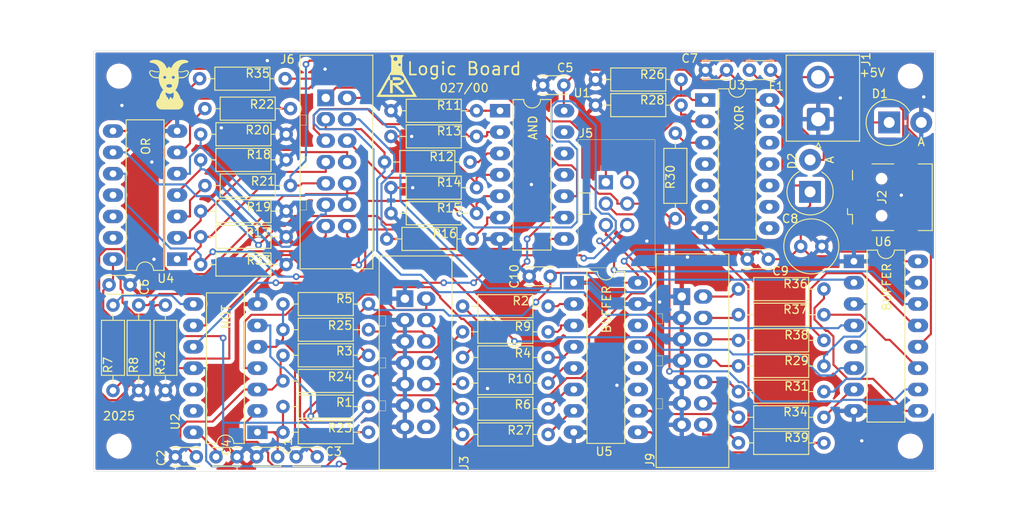
<source format=kicad_pcb>
(kicad_pcb (version 20240108) (generator "pcbnew") (generator_version "8.0")
  (layers (0 "F.Cu" signal) (31 "B.Cu" signal) (34 "B.Paste" user) (35 "F.Paste" user) (36 "B.SilkS" user "B.Silkscreen") (37 "F.SilkS" user "F.Silkscreen") (38 "B.Mask" user) (39 "F.Mask" user) (44 "Edge.Cuts" user))
  (net 0 "")
  (net 1 "Net-(C1-Pad1)")
  (net 2 "GND")
  (net 3 "Net-(C2-Pad1)")
  (net 4 "Net-(C3-Pad1)")
  (net 5 "VCC")
  (net 6 "Net-(D1-A1)")
  (net 7 "Net-(J1-Pin_2)")
  (net 8 "in_Button1")
  (net 10 "Net-(J3-Pin_8)")
  (net 11 "in_Button2")
  (net 12 "in_Button3")
  (net 13 "Net-(J3-Pin_12)")
  (net 14 "Net-(J3-Pin_10)")
  (net 15 "in_Latch1_SET")
  (net 16 "in1_XOR1")
  (net 17 "in_Latch1_RESET")
  (net 18 "in2_XOR1")
  (net 19 "out_XOR1")
  (net 20 "out_Latch1")
  (net 21 "in1_OR1")
  (net 22 "in2_OR2")
  (net 23 "out_OR2")
  (net 24 "in2_AND2")
  (net 25 "in_NOT1")
  (net 26 "in1_AND1")
  (net 27 "in2_OR1")
  (net 28 "out_AND1")
  (net 29 "in2_AND1")
  (net 30 "in1_OR2")
  (net 31 "out_OR1")
  (net 32 "in1_AND2")
  (net 33 "out_AND2")
  (net 34 "out_NOT1")
  (net 35 "Net-(J9-Pin_2)")
  (net 36 "Net-(J9-Pin_4)")
  (net 37 "Net-(J9-Pin_8)")
  (net 38 "Net-(J9-Pin_10)")
  (net 39 "Net-(J9-Pin_14)")
  (net 40 "Net-(J9-Pin_12)")
  (net 41 "Net-(J9-Pin_6)")
  (net 42 "Net-(R2-Pad1)")
  (net 43 "out_Button1")
  (net 44 "out_Button2")
  (net 45 "Net-(R4-Pad1)")
  (net 46 "Net-(R6-Pad1)")
  (net 47 "out_Button3")
  (net 48 "Net-(R7-Pad1)")
  (net 49 "out_Button1_LED")
  (net 50 "out_Button2_LED")
  (net 51 "Net-(R12-Pad1)")
  (net 52 "Net-(R16-Pad1)")
  (net 53 "Net-(R21-Pad1)")
  (net 54 "Net-(R22-Pad1)")
  (net 55 "out_Button3_LED")
  (net 56 "out_NOT1_LED")
  (net 57 "Net-(R30-Pad1)")
  (net 58 "out_AND1_LED")
  (net 59 "out_AND2_LED")
  (net 60 "Net-(R35-Pad1)")
  (net 61 "out_XOR1_LED")
  (net 62 "out_OR1_LED")
  (net 63 "out_OR2_LED")
  (net 64 "out_Latch1_LED")
  (net 67 "Net-(U1-Pad10)")
  (net 69 "Net-(U1-Pad9)")
  (footprint "Resistor_THT:R_Axial_DIN0207_L6.3mm_D2.5mm_P10.16mm_Horizontal" (layer "F.Cu") (at 125.306 82.165)
    (property "Reference" "R13")
    (property "Value" "100k")
  )
  (footprint "Resistor_THT:R_Axial_DIN0207_L6.3mm_D2.5mm_P10.16mm_Horizontal" (layer "F.Cu") (at 133.815 102.353)
    (property "Reference" "R2")
    (property "Value" "1k")
  )
  (footprint "Capacitor_THT:C_Disc_D3.0mm_W2.0mm_P2.50mm" (layer "F.Cu") (at 102.192 120.26 180)
    (property "Reference" "C2")
    (property "Value" "100n")
  )
  (footprint "Resistor_THT:R_Axial_DIN0207_L6.3mm_D2.5mm_P10.16mm_Horizontal" (layer "F.Cu") (at 166.581 112.513)
    (property "Reference" "R31")
    (property "Value" "1k")
  )
  (footprint "Connector_JST:JST_NV_B02P-NV_1x02_P5.00mm_Vertical" (layer "F.Cu") (at 176.064 80.1195 90)
    (property "Reference" "J1")
    (property "Value" "Conn_01x02_Socket" (hide yes))
  )
  (footprint "Resistor_THT:R_Axial_DIN0207_L6.3mm_D2.5mm_P10.16mm_Horizontal" (layer "F.Cu") (at 133.815 108.449)
    (property "Reference" "R4")
    (property "Value" "1k")
  )
  (footprint "Resistor_THT:R_Axial_DIN0207_L6.3mm_D2.5mm_P10.16mm_Horizontal" (layer "F.Cu") (at 122.639 117.339 180)
    (property "Reference" "R23")
    (property "Value" "1k")
  )
  (footprint "Library:PinHeader_2x03_Wannenstecker_WSL6G" (layer "F.Cu") (at 152.103 90.161)
    (property "Reference" "J5")
    (property "Value" "Conn_02x03_Odd_Even" (hide yes))
  )
  (footprint "LOGO" (layer "F.Cu") (at 126 75)
    (property "Reference" "G***" (hide yes))
    (property "Value" "LOGO" (hide yes))
  )
  (footprint "Resistor_THT:R_Axial_DIN0207_L6.3mm_D2.5mm_P10.16mm_Horizontal" (layer "F.Cu") (at 125.306 79.117)
    (property "Reference" "R11")
    (property "Value" "100k")
  )
  (footprint "Resistor_THT:R_Axial_DIN0207_L6.3mm_D2.5mm_P10.16mm_Horizontal" (layer "F.Cu") (at 122.639 102.099 180)
    (property "Reference" "R5")
    (property "Value" "10k")
  )
  (footprint "Capacitor_THT:C_Disc_D3.0mm_W2.0mm_P2.50mm" (layer "F.Cu") (at 104.518 120.26)
    (property "Reference" "C4")
    (property "Value" "100n")
  )
  (footprint "Resistor_THT:R_Axial_DIN0207_L6.3mm_D2.5mm_P10.16mm_Horizontal" (layer "F.Cu") (at 134.704 85.213 180)
    (property "Reference" "R12")
    (property "Value" "1k")
  )
  (footprint "Capacitor_THT:C_Disc_D3.0mm_W2.0mm_P2.50mm" (layer "F.Cu") (at 91.818 99.813)
    (property "Reference" "C6")
    (property "Value" "100n")
  )
  (footprint "MountingHole:MountingHole_2.5mm" (layer "F.Cu") (at 187 119)
    (property "Reference" "H4" (hide yes))
    (property "Value" "MountingHole" (hide yes))
  )
  (footprint "Diode_THT:D_DO-201AE_P3.81mm_Vertical_AnodeUp" (layer "F.Cu") (at 184.488 80.509)
    (property "Reference" "D1")
    (property "Value" "1N62xxA")
  )
  (footprint "Package_DIP:DIP-16_W7.62mm_LongPads" (layer "F.Cu") (at 180.297 97.019)
    (property "Reference" "U6")
    (property "Value" "74LS367")
  )
  (footprint "Resistor_THT:R_Axial_DIN0207_L6.3mm_D2.5mm_P10.16mm_Horizontal" (layer "F.Cu") (at 122.639 114.291 180)
    (property "Reference" "R1")
    (property "Value" "10k")
  )
  (footprint "Resistor_THT:R_Axial_DIN0207_L6.3mm_D2.5mm_P10.16mm_Horizontal" (layer "F.Cu") (at 133.815 111.497)
    (property "Reference" "R10")
    (property "Value" "1k")
  )
  (footprint "Resistor_THT:R_Axial_DIN0207_L6.3mm_D2.5mm_P10.16mm_Horizontal" (layer "F.Cu") (at 159.088 81.779 -90)
    (property "Reference" "R30")
    (property "Value" "1k")
  )
  (footprint "Capacitor_THT:C_Disc_D3.0mm_W2.0mm_P2.50mm" (layer "F.Cu") (at 116.543 120.26 180)
    (property "Reference" "C3")
    (property "Value" "100n")
  )
  (footprint "Package_DIP:DIP-14_W7.62mm_LongPads" (layer "F.Cu") (at 162.629 77.837)
    (property "Reference" "U3")
    (property "Value" "74LS86")
  )
  (footprint "Resistor_THT:R_Axial_DIN0207_L6.3mm_D2.5mm_P10.16mm_Horizontal" (layer "F.Cu") (at 98.509 112.386 90)
    (property "Reference" "R32")
    (property "Value" "100k")
  )
  (footprint "Resistor_THT:R_Axial_DIN0207_L6.3mm_D2.5mm_P10.16mm_Horizontal" (layer "F.Cu") (at 112.86 97.4 180)
    (property "Reference" "R33")
    (property "Value" "100k")
  )
  (footprint "Resistor_THT:R_Axial_DIN0207_L6.3mm_D2.5mm_P10.16mm_Horizontal" (layer "F.Cu") (at 133.815 117.602)
    (property "Reference" "R27")
    (property "Value" "1k")
  )
  (footprint "Resistor_THT:R_Axial_DIN0207_L6.3mm_D2.5mm_P10.16mm_Horizontal" (layer "F.Cu") (at 122.639 111.243 180)
    (property "Reference" "R24")
    (property "Value" "1k")
  )
  (footprint "MountingHole:MountingHole_2.5mm" (layer "F.Cu") (at 93 119)
    (property "Reference" "H1" (hide yes))
    (property "Value" "MountingHole" (hide yes))
  )
  (footprint "LOGO" (layer "F.Cu") (at 99 76)
    (property "Reference" "G***" (hide yes))
    (property "Value" "LOGO" (hide yes))
  )
  (footprint "Package_DIP:DIP-14_W7.62mm_LongPads" (layer "F.Cu") (at 138.26 79.112)
    (property "Reference" "U1")
    (property "Value" "74LS08")
  )
  (footprint "Resistor_THT:R_Axial_DIN0207_L6.3mm_D2.5mm_P10.16mm_Horizontal" (layer "F.Cu") (at 133.815 105.401)
    (property "Reference" "R9")
    (property "Value" "1k")
  )
  (footprint "Resistor_THT:R_Axial_DIN0207_L6.3mm_D2.5mm_P10.16mm_Horizontal" (layer "F.Cu") (at 92.286 102.226 -90)
    (property "Reference" "R7")
    (property "Value" "1k")
  )
  (footprint "Resistor_THT:R_Axial_DIN0207_L6.3mm_D2.5mm_P10.16mm_Horizontal" (layer "F.Cu") (at 112.86 94.103 180)
    (property "Reference" "R17")
    (property "Value" "100k")
  )
  (footprint "Capacitor_THT:C_Disc_D3.0mm_W2.0mm_P2.50mm" (layer "F.Cu") (at 170.137 96.765 180)
    (property "Reference" "C9")
    (property "Value" "100n")
  )
  (footprint "Resistor_THT:R_Axial_DIN0207_L6.3mm_D2.5mm_P10.16mm_Horizontal" (layer "F.Cu") (at 166.581 118.609)
    (property "Reference" "R39")
    (property "Value" "1k")
  )
  (footprint "Capacitor_THT:C_Disc_D3.0mm_W2.0mm_P2.50mm" (layer "F.Cu") (at 144.229 98.797 180)
    (property "Reference" "C10")
    (property "Value" "100n")
  )
  (footprint "Resistor_THT:R_Axial_DIN0207_L6.3mm_D2.5mm_P10.16mm_Horizontal" (layer "F.Cu") (at 112.86 81.911 180)
    (property "Reference" "R20")
    (property "Value" "100k")
  )
  (footprint "Capacitor_THT:C_Disc_D3.0mm_W2.0mm_P2.50mm" (layer "F.Cu") (at 145.84 76.069 180)
    (property "Reference" "C5")
    (property "Value" "100n")
  )
  (footprint "Resistor_THT:R_Axial_DIN0207_L6.3mm_D2.5mm_P10.16mm_Horizontal" (layer "F.Cu") (at 103.208 88.007)
    (property "Reference" "R21")
    (property "Value" "1k")
  )
  (footprint "Package_DIP:DIP-16_W7.62mm_LongPads" (layer "F.Cu") (at 147.023 99.559)
    (property "Reference" "U5")
    (property "Value" "74LS367")
  )
  (footprint "Resistor_THT:R_Axial_DIN0207_L6.3mm_D2.5mm_P10.16mm_Horizontal" (layer "F.Cu") (at 125.306 91.309)
    (property "Reference" "R15")
    (property "Value" "100k")
  )
  (footprint "Resistor_THT:R_Axial_DIN0207_L6.3mm_D2.5mm_P10.16mm_Horizontal" (layer "F.Cu") (at 112.86 84.959 180)
    (property "Reference" "R18")
    (property "Value" "100k")
  )
  (footprint "Resistor_THT:R_Axial_DIN0207_L6.3mm_D2.5mm_P10.16mm_Horizontal" (layer "F.Cu") (at 166.581 115.561)
    (property "Reference" "R34")
    (property "Value" "1k")
  )
  (footprint "Resistor_THT:R_Axial_DIN0207_L6.3mm_D2.5mm_P10.16mm_Horizontal" (layer "F.Cu") (at 166.581 100.321)
    (property "Reference" "R36")
    (property "Value" "1k")
  )
  (footprint "Resistor_THT:R_Axial_DIN0207_L6.3mm_D2.5mm_P10.16mm_Horizontal" (layer "F.Cu") (at 102.573 75.302)
    (property "Reference" "R35")
    (property "Value" "1k")
  )
  (footprint "Library:PinHeader_2x07_P2.54mm_Wannenstecker_WSL14" (layer "F.Cu") (at 118.829 85.208)
    (property "Reference" "J6")
    (property "Value" "Conn_02x07_Odd_Even" (hide yes))
  )
  (footprint "Capacitor_THT:C_Disc_D3.0mm_W2.0mm_P2.50mm" (layer "F.Cu") (at 111.844 120.26 180)
    (property "Reference" "C1")
    (property "Value" "100n")
  )
  (footprint "Library:PinHeader_2x07_P2.54mm_Wannenstecker_WSL14" (layer "F.Cu") (at 161.12 108.83)
    (property "Reference" "J9")
    (property "Value" "Conn_02x07_Odd_Even" (hide yes))
  )
  (footprint "Resistor_THT:R_Axial_DIN0207_L6.3mm_D2.5mm_P10.16mm_Horizontal" (layer "F.Cu") (at 149.601 78.449)
    (property "Reference" "R28")
    (property "Value" "100k")
  )
  (footprint "Resistor_THT:R_Axial_DIN0207_L6.3mm_D2.5mm_P10.16mm_Horizontal" (layer "F.Cu") (at 166.581 106.417)
    (property "Reference" "R38")
    (property "Value" "1k")
  )
  (footprint "Resistor_THT:R_Axial_DIN0207_L6.3mm_D2.5mm_P10.16mm_Horizontal" (layer "F.Cu") (at 125.306 88.261)
    (property "Reference" "R14")
    (property "Value" "100k")
  )
  (footprint "Resistor_THT:R_Axial_DIN0207_L6.3mm_D2.5mm_P10.16mm_Horizontal" (layer "F.Cu") (at 149.601 75.401)
    (property "Reference" "R26")
    (property "Value" "100k")
  )
  (footprint "Connector_USB:USB_Mini-B_Wuerth_65100516121_Horizontal" (layer "F.Cu") (at 183.59 89.399 90)
    (property "Reference" "J2")
    (property "Value" "USB_B_Mini" (hide yes))
  )
  (footprint "Package_DIP:DIP-14_W7.62mm_LongPads" (layer "F.Cu") (at 109.446 117.344 180)
    (property "Reference" "U2")
    (property "Value" "74LS05")
  )
  (footprint "Resistor_THT:R_Axial_DIN0207_L6.3mm_D2.5mm_P10.16mm_Horizontal" (layer "F.Cu") (at 166.581 103.369)
    (property "Reference" "R37")
    (property "Value" "1k")
  )
  (footprint "Diode_THT:D_DO-201AE_P3.81mm_Vertical_AnodeUp" (layer "F.Cu") (at 175.09 88.764 90)
    (property "Reference" "D2")
    (property "Value" "D")
  )
  (footprint "Resistor_THT:R_Axial_DIN0207_L6.3mm_D2.5mm_P10.16mm_Horizontal" (layer "F.Cu") (at 103.208 78.863)
    (property "Reference" "R22")
    (property "Value" "1k")
  )
  (footprint "MountingHole:MountingHole_2.5mm" (layer "F.Cu") (at 93 75)
    (property "Reference" "H2" (hide yes))
    (property "Value" "MountingHole" (hide yes))
  )
  (footprint "Resistor_THT:R_Axial_DIN0207_L6.3mm_D2.5mm_P10.16mm_Horizontal" (layer "F.Cu") (at 133.815 114.545)
    (property "Reference" "R6")
    (property "Value" "1k")
  )
  (footprint "Resistor_THT:R_Axial_DIN0207_L6.3mm_D2.5mm_P10.16mm_Horizontal" (layer "F.Cu") (at 95.334 112.386 90)
    (property "Reference" "R8")
    (property "Value" "100k")
  )
  (footprint "Resistor_THT:R_Axial_DIN0207_L6.3mm_D2.5mm_P10.16mm_Horizontal" (layer "F.Cu") (at 122.639 105.147 180)
    (property "Reference" "R25")
    (property "Value" "1k")
  )
  (footprint "Capacitor_THT:C_Radial_D6.3mm_H11.0mm_P2.50mm" (layer "F.Cu") (at 173.987 95.241)
    (property "Reference" "C8")
    (property "Value" "10u")
  )
  (footprint "Capacitor_THT:C_Disc_D3.0mm_W2.0mm_P2.50mm" (layer "F.Cu") (at 165.164 74.286 180)
    (property "Reference" "C7")
    (property "Value" "100n")
  )
  (footprint "Capacitor_THT:C_Disc_D3.0mm_W2.0mm_P2.50mm" (layer "F.Cu") (at 170.391 74.286 180)
    (property "Reference" "F1")
    (property "Value" "Polyfuse")
  )
  (footprint "MountingHole:MountingHole_2.5mm" (layer "F.Cu") (at 187 75)
    (property "Reference" "H3" (hide yes))
    (property "Value" "MountingHole" (hide yes))
  )
  (footprint "Resistor_THT:R_Axial_DIN0207_L6.3mm_D2.5mm_P10.16mm_Horizontal" (layer "F.Cu") (at 134.958 94.357 180)
    (property "Reference" "R16")
    (property "Value" "1k")
  )
  (footprint "Package_DIP:DIP-14_W7.62mm_LongPads" (layer "F.Cu") (at 99.906 96.765 180)
    (property "Reference" "U4")
    (property "Value" "74LS32")
  )
  (footprint "Library:PinHeader_2x07_P2.54mm_Wannenstecker_WSL14" (layer "F.Cu") (at 128.227 109.084)
    (property "Reference" "J3")
    (property "Value" "Conn_02x07_Odd_Even" (hide yes))
  )
  (footprint "Resistor_THT:R_Axial_DIN0207_L6.3mm_D2.5mm_P10.16mm_Horizontal" (layer "F.Cu") (at 122.639 108.195 180)
    (property "Reference" "R3")
    (property "Value" "10k")
  )
  (footprint "Resistor_THT:R_Axial_DIN0207_L6.3mm_D2.5mm_P10.16mm_Horizontal" (layer "F.Cu") (at 112.86 91.055 180)
    (property "Reference" "R19")
    (property "Value" "100k")
  )
  (footprint "Resistor_THT:R_Axial_DIN0207_L6.3mm_D2.5mm_P10.16mm_Horizontal" (layer "F.Cu") (at 166.581 109.465)
    (property "Reference" "R29")
    (property "Value" "1k")
  )
  (gr_rect (start 90 72) (end 190 122) (stroke (width 0.05)) (fill none) (layer "Edge.Cuts"))
  (gr_text "+5V" (at 180.848 75.184 0) (layer "F.SilkS") (effects (font (size 1 1)) (justify left bottom)))
  (gr_text "BUFFER" (at 184.785 103 90) (layer "F.SilkS") (effects (font (size 1 1)) (justify left bottom)))
  (gr_text "NOT" (at 106.299 105.156 90) (layer "F.SilkS") (effects (font (size 1 1)) (justify left bottom)))
  (gr_text "BUFFER" (at 151.511 105.664 90) (layer "F.SilkS") (effects (font (size 1 1)) (justify left bottom)))
  (gr_text "2025" (at 91 116 0) (layer "F.SilkS") (effects (font (size 1 1)) (justify left bottom)))
  (gr_text "Logic Board" (at 134 75 0) (layer "F.SilkS") (effects (font (size 1.5 1.5) (thickness 0.2) (bold yes)) (justify bottom)))
  (gr_text "AND" (at 142.748 82.677 90) (layer "F.SilkS") (effects (font (size 1 1)) (justify left bottom)))
  (gr_text "027/00" (at 131 77 0) (layer "F.SilkS") (effects (font (size 1 1)) (justify left bottom)))
  (gr_text "XOR" (at 167.259 81.534 90) (layer "F.SilkS") (effects (font (size 1 1)) (justify left bottom)))
  (gr_text "OR" (at 96.774 84.455 90) (layer "F.SilkS") (effects (font (size 1 1)) (justify left bottom)))
  (segment (start 111.352 117.339) (end 111.347 117.344) (width 0.25) (layer "F.Cu") (net 1))
  (segment (start 112.479 117.339) (end 111.352 117.339) (width 0.25) (layer "F.Cu") (net 1))
  (segment (start 111.844 117.841) (end 111.844 120.26) (width 0.25) (layer "F.Cu") (net 1))
  (segment (start 111.347 117.344) (end 109.446 117.344) (width 0.25) (layer "F.Cu") (net 1))
  (segment (start 111.347 117.344) (end 111.844 117.841) (width 0.25) (layer "F.Cu") (net 1))
  (segment (start 112.479 114.291) (end 112.479 117.339) (width 0.25) (layer "F.Cu") (net 1))
  (segment (start 127.758 82.165) (end 127.762 82.169) (width 0.25) (layer "F.Cu") (net 2))
  (segment (start 125.306 82.165) (end 127.758 82.165) (width 0.25) (layer "F.Cu") (net 2))
  (segment (start 127.885 88.261) (end 127.889 88.265) (width 0.25) (layer "F.Cu") (net 2))
  (segment (start 125.306 88.261) (end 127.885 88.261) (width 0.25) (layer "F.Cu") (net 2))
  (via (at 110.617 73.152) (size 0.8) (drill 0.4) (layers "F.Cu" "B.Cu") (net 2))
  (via (at 127.889 88.265) (size 0.8) (drill 0.4) (layers "F.Cu" "B.Cu") (net 2))
  (via (at 136.779 112.141) (size 0.8) (drill 0.4) (layers "F.Cu" "B.Cu") (net 2))
  (via (at 97.155 96.774) (size 0.8) (drill 0.4) (layers "F.Cu" "B.Cu") (net 2))
  (via (at 117.475 74.168) (size 0.8) (drill 0.4) (layers "F.Cu" "B.Cu") (net 2))
  (via (at 93.345 78.486) (size 0.8) (drill 0.4) (layers "F.Cu" "B.Cu") (net 2))
  (via (at 185.928 89.154) (size 0.8) (drill 0.4) (layers "F.Cu" "B.Cu") (net 2))
  (via (at 160.528 96.52) (size 0.8) (drill 0.4) (layers "F.Cu" "B.Cu") (net 2))
  (via (at 96.901 85.217) (size 0.8) (drill 0.4) (layers "F.Cu" "B.Cu") (net 2))
  (via (at 178.689 77.597) (size 0.8) (drill 0.4) (layers "F.Cu" "B.Cu") (net 2))
  (via (at 157.226 101.854) (size 0.8) (drill 0.4) (layers "F.Cu" "B.Cu") (net 2))
  (via (at 152.146 111.76) (size 0.8) (drill 0.4) (layers "F.Cu" "B.Cu") (net 2))
  (via (at 155.702 94.615) (size 0.8) (drill 0.4) (layers "F.Cu" "B.Cu") (net 2))
  (via (at 181.229 118.364) (size 0.8) (drill 0.4) (layers "F.Cu" "B.Cu") (net 2))
  (via (at 141.986 87.884) (size 0.8) (drill 0.4) (layers "F.Cu" "B.Cu") (net 2))
  (via (at 188.595 77.47) (size 0.8) (drill 0.4) (layers "F.Cu" "B.Cu") (net 2))
  (via (at 127.762 82.169) (size 0.8) (drill 0.4) (layers "F.Cu" "B.Cu") (net 2))
  (via (at 105.156 81.153) (size 0.8) (drill 0.4) (layers "F.Cu" "B.Cu") (net 2))
  (segment (start 151.576604 102.099) (end 154.643 102.099) (width 0.25) (layer "B.Cu") (net 2))
  (segment (start 125.306 88.261) (end 125.306 91.309) (width 0.25) (layer "B.Cu") (net 2))
  (segment (start 147.023 99.559) (end 149.036604 99.559) (width 0.25) (layer "B.Cu") (net 2))
  (segment (start 149.036604 99.559) (end 151.576604 102.099) (width 0.25) (layer "B.Cu") (net 2))
  (segment (start 112.197 111.243) (end 111.176 112.264) (width 0.25) (layer "F.Cu") (net 3))
  (segment (start 112.479 108.51) (end 112.479 108.195) (width 0.25) (layer "F.Cu") (net 3))
  (segment (start 104.109 116.074) (end 107.919 112.264) (width 0.25) (layer "F.Cu") (net 3))
  (segment (start 100.282 116.839) (end 101.046 116.074) (width 0.25) (layer "F.Cu") (net 3))
  (segment (start 100.282 118.35) (end 100.282 116.839) (width 0.25) (layer "F.Cu") (net 3))
  (segment (start 111.176 112.264) (end 109.446 112.264) (width 0.25) (layer "F.Cu") (net 3))
  (segment (start 102.192 120.26) (end 100.282 118.35) (width 0.25) (layer "F.Cu") (net 3))
  (segment (start 112.479 111.243) (end 112.197 111.243) (width 0.25) (layer "F.Cu") (net 3))
  (segment (start 107.919 112.264) (end 109.446 112.264) (width 0.25) (layer "F.Cu") (net 3))
  (segment (start 112.197 111.243) (end 112.197 108.791) (width 0.25) (layer "F.Cu") (net 3))
  (segment (start 101.046 116.074) (end 104.109 116.074) (width 0.25) (layer "F.Cu") (net 3))
  (segment (start 112.197 108.791) (end 112.479 108.51) (width 0.25) (layer "F.Cu") (net 3))
  (segment (start 112.395 106.439) (end 113.907 107.951) (width 0.25) (layer "F.Cu") (net 4))
  (segment (start 111.649 107.184) (end 112.395 106.439) (width 0.25) (layer "F.Cu") (net 4))
  (segment (start 112.479 106.274) (end 112.479 105.147) (width 0.25) (layer "F.Cu") (net 4))
  (segment (start 113.907 117.624) (end 116.543 120.26) (width 0.25) (layer "F.Cu") (net 4))
  (segment (start 109.446 107.184) (end 111.649 107.184) (width 0.25) (layer "F.Cu") (net 4))
  (segment (start 112.395 106.358) (end 112.479 106.274) (width 0.25) (layer "F.Cu") (net 4))
  (segment (start 112.395 106.439) (end 112.395 106.358) (width 0.25) (layer "F.Cu") (net 4))
  (segment (start 113.907 107.951) (end 113.907 117.624) (width 0.25) (layer "F.Cu") (net 4))
  (segment (start 112.479 105.147) (end 112.479 102.099) (width 0.25) (layer "B.Cu") (net 4))
  (segment (start 185.236 95.8647) (end 178.35 95.8647) (width 0.25) (layer "F.Cu") (net 5))
  (segment (start 120.744 116.186) (end 122.639 114.291) (width 0.25) (layer "F.Cu") (net 5))
  (segment (start 102.362 117.344) (end 104.518 119.5) (width 0.25) (layer "F.Cu") (net 5))
  (segment (start 175.09 90.3907) (end 175.09 88.764) (width 0.25) (layer "F.Cu") (net 5))
  (segment (start 168.715 77.837) (end 165.164 74.286) (width 0.25) (layer "F.Cu") (net 5))
  (segment (start 173 88) (end 174.326 88) (width 0.25) (layer "F.Cu") (net 5))
  (segment (start 92.286 99.345) (end 92.286 96.765) (width 0.25) (layer "F.Cu") (net 5))
  (segment (start 115.002 115.132) (end 115.002 115.709) (width 0.25) (layer "F.Cu") (net 5))
  (segment (start 91.818 99.813) (end 92.286 99.345) (width 0.25) (layer "F.Cu") (net 5))
  (segment (start 101.826 117.344) (end 102.362 117.344) (width 0.25) (layer "F.Cu") (net 5))
  (segment (start 187.917 97.019) (end 186.39 97.019) (width 0.25) (layer "F.Cu") (net 5))
  (segment (start 161.438 75.4314) (end 160.233 74.2267) (width 0.25) (layer "F.Cu") (net 5))
  (segment (start 142.525 101.873) (end 144.229 100.169) (width 0.25) (layer "F.Cu") (net 5))
  (segment (start 121.939 108.195) (end 115.002 115.132) (width 0.25) (layer "F.Cu") (net 5))
  (segment (start 171.806 86.806) (end 173 88) (width 0.25) (layer "F.Cu") (net 5))
  (segment (start 171.806 79.3939) (end 171.806 86.806) (width 0.25) (layer "F.Cu") (net 5))
  (segment (start 147.682 74.2267) (end 145.84 76.069) (width 0.25) (layer "F.Cu") (net 5))
  (segment (start 104.518 119.5) (end 104.518 120.26) (width 0.25) (layer "F.Cu") (net 5))
  (segment (start 105.152 105.914) (end 94.2965 105.914) (width 0.25) (layer "F.Cu") (net 5))
  (segment (start 115.479 116.186) (end 120.744 116.186) (width 0.25) (layer "F.Cu") (net 5))
  (segment (start 122.639 108.195) (end 121.939 108.195) (width 0.25) (layer "F.Cu") (net 5))
  (segment (start 122.639 108.195) (end 121.496 107.052) (width 0.25) (layer "F.Cu") (net 5))
  (segment (start 186.39 97.019) (end 185.236 95.8647) (width 0.25) (layer "F.Cu") (net 5))
  (segment (start 105.372 106.134) (end 105.152 105.914) (width 0.25) (layer "F.Cu") (net 5))
  (segment (start 172.463 96.765) (end 170.137 96.765) (width 0.25) (layer "F.Cu") (net 5))
  (segment (start 174.326 88) (end 175.09 88.764) (width 0.25) (layer "F.Cu") (net 5))
  (segment (start 165.164 74.286) (end 164.019 75.4314) (width 0.25) (layer "F.Cu") (net 5))
  (segment (start 154.643 98.643) (end 153 97) (width 0.25) (layer "F.Cu") (net 5))
  (segment (start 175.156 96.41) (end 173.987 95.241) (width 0.25) (layer "F.Cu") (net 5))
  (segment (start 150.386 98.3938) (end 144.632 98.3938) (width 0.25) (layer "F.Cu") (net 5))
  (segment (start 160.233 74.2267) (end 147.682 74.2267) (width 0.25) (layer "F.Cu") (net 5))
  (segment (start 91.1266 102.744) (end 91.1266 100.504) (width 0.25) (layer "F.Cu") (net 5))
  (segment (start 145.84 79.072) (end 145.88 79.112) (width 0.25) (layer "F.Cu") (net 5))
  (segment (start 144.229 100.169) (end 144.229 98.797) (width 0.25) (layer "F.Cu") (net 5))
  (segment (start 173.987 91.4937) (end 175.09 90.3907) (width 0.25) (layer "F.Cu") (net 5))
  (segment (start 144.632 98.3938) (end 144.229 98.797) (width 0.25) (layer "F.Cu") (net 5))
  (segment (start 115.002 115.709) (end 115.479 116.186) (width 0.25) (layer "F.Cu") (net 5))
  (segment (start 170.249 77.837) (end 171.806 79.3939) (width 0.25) (layer "F.Cu") (net 5))
  (segment (start 145.84 76.069) (end 145.84 79.072) (width 0.25) (layer "F.Cu") (net 5))
  (segment (start 178.35 95.8647) (end 177.805 96.41) (width 0.25) (layer "F.Cu") (net 5))
  (segment (start 173.987 95.241) (end 172.463 96.765) (width 0.25) (layer "F.Cu") (net 5))
  (segment (start 91.1266 100.504) (end 91.818 99.813) (width 0.25) (layer "F.Cu") (net 5))
  (segment (start 154.643 99.559) (end 151.551 99.559) (width 0.25) (layer "F.Cu") (net 5))
  (segment (start 121.496 107.052) (end 121.496 103.242) (width 0.25) (layer "F.Cu") (net 5))
  (segment (start 173.987 95.241) (end 173.987 91.4937) (width 0.25) (layer "F.Cu") (net 5))
  (segment (start 154.643 99.559) (end 154.643 98.643) (width 0.25) (layer "F.Cu") (net 5))
  (segment (start 151.551 99.559) (end 150.386 98.3938) (width 0.25) (layer "F.Cu") (net 5))
  (segment (start 94.2965 105.914) (end 91.1266 102.744) (width 0.25) (layer "F.Cu") (net 5))
  (segment (start 177.805 96.41) (end 175.156 96.41) (width 0.25) (layer "F.Cu") (net 5))
  (segment (start 164.019 75.4314) (end 161.438 75.4314) (width 0.25) (layer "F.Cu") (net 5))
  (segment (start 121.496 103.242) (end 122.639 102.099) (width 0.25) (layer "F.Cu") (net 5))
  (segment (start 170.249 77.837) (end 168.715 77.837) (width 0.25) (layer "F.Cu") (net 5))
  (via (at 142.525 101.873) (size 0.8) (drill 0.4) (layers "F.Cu" "B.Cu") (net 5))
  (via (at 153 97) (size 0.8) (drill 0.4) (layers "F.Cu" "B.Cu") (net 5))
  (via (at 105.372 106.134) (size 0.8) (drill 0.4) (layers "F.Cu" "B.Cu") (net 5))
  (segment (start 120.7177 116.2123) (end 105.372 116.2123) (width 0.25) (layer "B.Cu") (net 5))
  (segment (start 105.372 116.2123) (end 105.372 119.406) (width 0.25) (layer "B.Cu") (net 5))
  (segment (start 154.36 95.64) (end 169.012 95.64) (width 0.25) (layer "B.Cu") (net 5))
  (segment (start 142.525 101.873) (end 140.9145 103.4835) (width 0.25) (layer "B.Cu") (net 5))
  (segment (start 153 97) (end 154.36 95.64) (width 0.25) (layer "B.Cu") (net 5))
  (segment (start 132.2235 103.4835) (end 131.549 102.809) (width 0.25) (layer "B.Cu") (net 5))
  (segment (start 131.549 102.809) (end 123.349 102.809) (width 0.25) (layer "B.Cu") (net 5))
  (segment (start 169.012 95.64) (end 170.137 96.765) (width 0.25) (layer "B.Cu") (net 5))
  (segment (start 123.349 102.809) (end 122.639 102.099) (width 0.25) (layer "B.Cu") (net 5))
  (segment (start 105.372 106.134) (end 105.372 116.2123) (width 0.25) (layer "B.Cu") (net 5))
  (segment (start 105.372 119.406) (end 104.518 120.26) (width 0.25) (layer "B.Cu") (net 5))
  (segment (start 122.639 114.291) (end 120.7177 116.2123) (width 0.25) (layer "B.Cu") (net 5))
  (segment (start 140.9145 103.4835) (end 132.2235 103.4835) (width 0.25) (layer "B.Cu") (net 5))
  (segment (start 169.403 75.7978) (end 167.891 74.286) (width 0.25) (layer "F.Cu") (net 6))
  (segment (start 172.535 79.6304) (end 172.535 78.0215) (width 0.25) (layer "F.Cu") (net 6))
  (segment (start 176.717 84.954) (end 176.717 83.1371) (width 0.25) (layer "F.Cu") (net 6))
  (segment (start 170.312 75.7978) (end 169.403 75.7978) (width 0.25) (layer "F.Cu") (net 6))
  (segment (start 172.535 78.0215) (end 170.312 75.7978) (width 0.25) (layer "F.Cu") (net 6))
  (segment (start 175.09 84.954) (end 176.717 84.954) (width 0.25) (layer "F.Cu") (net 6))
  (segment (start 179.345 80.509) (end 176.717 83.1371) (width 0.25) (layer "F.Cu") (net 6))
  (segment (start 184.488 80.509) (end 179.345 80.509) (width 0.25) (layer "F.Cu") (net 6))
  (segment (start 176.042 83.1371) (end 172.535 79.6304) (width 0.25) (layer "F.Cu") (net 6))
  (segment (start 176.717 83.1371) (end 176.042 83.1371) (width 0.25) (layer "F.Cu") (net 6))
  (segment (start 178.562 90.551) (end 178.562 87.376) (width 0.25) (layer "F.Cu") (net 7))
  (segment (start 181.852264 86.868) (end 182.048632 86.671632) (width 0.25) (layer "F.Cu") (net 7))
  (segment (start 182.205 75.1195) (end 186.154 79.069) (width 0.25) (layer "F.Cu") (net 7))
  (segment (start 179.07 86.868) (end 178.562 87.376) (width 0.25) (layer "F.Cu") (net 7))
  (segment (start 180.99 90.999) (end 179.01 90.999) (width 0.25) (layer "F.Cu") (net 7))
  (segment (start 179.07 86.868) (end 181.852264 86.868) (width 0.25) (layer "F.Cu") (net 7))
  (segment (start 176.064 75.1195) (end 171.224 75.1195) (width 0.25) (layer "F.Cu") (net 7))
  (segment (start 186.154 79.069) (end 186.154 82.566) (width 0.25) (layer "F.Cu") (net 7))
  (segment (start 171.224 75.1195) (end 170.391 74.286) (width 0.25) (layer "F.Cu") (net 7))
  (segment (start 179.01 90.999) (end 178.562 90.551) (width 0.25) (layer "F.Cu") (net 7))
  (segment (start 176.064 75.1195) (end 182.205 75.1195) (width 0.25) (layer "F.Cu") (net 7))
  (segment (start 186.154 82.566) (end 182.048632 86.671632) (width 0.25) (layer "F.Cu") (net 7))
  (segment (start 129.347 102.791) (end 129.497 102.641) (width 0.25) (layer "F.Cu") (net 8))
  (segment (start 125.822 102.791) (end 129.347 102.791) (width 0.25) (layer "F.Cu") (net 8))
  (segment (start 114.508 115.863) (end 114.508 108.579) (width 0.25) (layer "F.Cu") (net 8))
  (segment (start 115.984 117.339) (end 114.508 115.863) (width 0.25) (layer "F.Cu") (net 8))
  (segment (start 122.116 100.971) (end 124.002 100.971) (width 0.25) (layer "F.Cu") (net 8))
  (segment (start 124.002 100.971) (end 125.822 102.791) (width 0.25) (layer "F.Cu") (net 8))
  (segment (start 129.497 102.641) (end 129.497 101.464) (width 0.25) (layer "F.Cu") (net 8))
  (segment (start 114.508 108.579) (end 122.116 100.971) (width 0.25) (layer "F.Cu") (net 8))
  (segment (start 122.639 117.339) (end 115.984 117.339) (width 0.25) (layer "F.Cu") (net 8))
  (segment (start 130.132 109.084) (end 133.815 105.401) (width 0.25) (layer "F.Cu") (net 10))
  (segment (start 129.497 109.084) (end 130.132 109.084) (width 0.25) (layer "F.Cu") (net 10))
  (segment (start 129.497 104.004) (end 130.956 105.463) (width 0.25) (layer "F.Cu") (net 11))
  (segment (start 126.068 107.814) (end 122.639 111.243) (width 0.25) (layer "F.Cu") (net 11))
  (segment (start 130.17 107.814) (end 126.068 107.814) (width 0.25) (layer "F.Cu") (net 11))
  (segment (start 130.956 105.463) (end 130.956 107.027) (width 0.25) (layer "F.Cu") (net 11))
  (segment (start 130.956 107.027) (end 130.17 107.814) (width 0.25) (layer "F.Cu") (net 11))
  (segment (start 122.859 105.367) (end 122.639 105.147) (width 0.25) (layer "F.Cu") (net 12))
  (segment (start 129.497 105.864) (end 129 105.367) (width 0.25) (layer "F.Cu") (net 12))
  (segment (start 129 105.367) (end 122.859 105.367) (width 0.25) (layer "F.Cu") (net 12))
  (segment (start 129.497 106.544) (end 129.497 105.864) (width 0.25) (layer "F.Cu") (net 12))
  (segment (start 130.377 114.164) (end 129.497 114.164) (width 0.25) (layer "F.Cu") (net 13))
  (segment (start 133.815 117.602) (end 130.377 114.164) (width 0.25) (layer "F.Cu") (net 13))
  (segment (start 129.497 111.624) (end 133.688 111.624) (width 0.25) (layer "F.Cu") (net 14))
  (segment (start 133.688 111.624) (end 133.815 111.497) (width 0.25) (layer "F.Cu") (net 14))
  (segment (start 121.115905 98.843) (end 114.046 98.843) (width 0.25) (layer "F.Cu") (net 15))
  (segment (start 130.874305 96.303) (end 127.803305 93.232) (width 0.25) (layer "F.Cu") (net 15))
  (segment (start 127.803305 93.232) (end 122.25 93.232) (width 0.25) (layer "F.Cu") (net 15))
  (segment (start 148.209 96.647) (end 147.865 96.303) (width 0.25) (layer "F.Cu") (net 15))
  (segment (start 147.865 96.303) (end 130.874305 96.303) (width 0.25) (layer "F.Cu") (net 15))
  (segment (start 102.7 97.4) (end 102.7 97.325) (width 0.25) (layer "F.Cu") (net 15))
  (segment (start 102.7 97.325) (end 104.14 95.885) (width 0.25) (layer "F.Cu") (net 15))
  (segment (start 122.25 93.232) (end 122.25 97.708905) (width 0.25) (layer "F.Cu") (net 15))
  (segment (start 122.25 97.708905) (end 121.115905 98.843) (width 0.25) (layer "F.Cu") (net 15))
  (via (at 148.209 96.647) (size 0.8) (drill 0.4) (layers "F.Cu" "B.Cu") (net 15))
  (via (at 114.046 98.843) (size 0.8) (drill 0.4) (layers "F.Cu" "B.Cu") (net 15))
  (via (at 104.14 95.885) (size 0.8) (drill 0.4) (layers "F.Cu" "B.Cu") (net 15))
  (segment (start 153.373 92.701) (end 149.427 96.647) (width 0.25) (layer "B.Cu") (net 15))
  (segment (start 93.8127 90.175) (end 93.8127 86.605) (width 0.25) (layer "B.Cu") (net 15))
  (segment (start 101.9217 95.495) (end 99.1327 95.495) (width 0.25) (layer "B.Cu") (net 15))
  (segment (start 111.933305 98.843) (end 114.046 98.843) (width 0.25) (layer "B.Cu") (net 15))
  (segment (start 102.7 96.2733) (end 101.9217 95.495) (width 0.25) (layer "B.Cu") (net 15))
  (segment (start 92.286 86.605) (end 93.8127 86.605) (width 0.25) (layer "B.Cu") (net 15))
  (segment (start 102.7 97.4) (end 102.7 96.2733) (width 0.25) (layer "B.Cu") (net 15))
  (segment (start 108.975305 95.885) (end 111.933305 98.843) (width 0.25) (layer "B.Cu") (net 15))
  (segment (start 149.427 96.647) (end 148.209 96.647) (width 0.25) (layer "B.Cu") (net 15))
  (segment (start 104.14 95.885) (end 108.975305 95.885) (width 0.25) (layer "B.Cu") (net 15))
  (segment (start 99.1327 95.495) (end 93.8127 90.175) (width 0.25) (layer "B.Cu") (net 15))
  (segment (start 159.761 77.3223) (end 160.588 77.3223) (width 0.25) (layer "F.Cu") (net 16))
  (segment (start 160.588 77.3223) (end 161.102 77.837) (width 0.25) (layer "F.Cu") (net 16))
  (segment (start 159.29 77.3223) (end 159.761 77.3223) (width 0.25) (layer "F.Cu") (net 16))
  (segment (start 161.102 77.837) (end 162.629 77.837) (width 0.25) (layer "F.Cu") (net 16))
  (segment (start 159.761 77.3223) (end 159.761 75.401) (width 0.25) (layer "F.Cu") (net 16))
  (segment (start 150.833 87.621) (end 150.833 85.7794) (width 0.25) (layer "F.Cu") (net 16))
  (segment (start 150.833 85.7794) (end 159.29 77.3223) (width 0.25) (layer "F.Cu") (net 16))
  (segment (start 93.9714 112.304) (end 93.9714 112.052) (width 0.25) (layer "F.Cu") (net 17))
  (segment (start 148.845 109.938) (end 147.88 110.903) (width 0.25) (layer "F.Cu") (net 17))
  (segment (start 93.8149 96.2089) (end 93.1734 95.5674) (width 0.25) (layer "F.Cu") (net 17))
  (segment (start 133.8158 121.1152) (end 142.037 112.894) (width 0.25) (layer "F.Cu") (net 17))
  (segment (start 150.98 93.8777) (end 156.17 99.0677) (width 0.25) (layer "F.Cu") (net 17))
  (segment (start 90.648 112.422) (end 91.747 113.521) (width 0.25) (layer "F.Cu") (net 17))
  (segment (start 148.845 105.882) (end 148.845 109.938) (width 0.25) (layer "F.Cu") (net 17))
  (segment (start 144.197 112.894) (end 142.037 112.894) (width 0.25) (layer "F.Cu") (net 17))
  (segment (start 156.17 99.0677) (end 156.17 100.045) (width 0.25) (layer "F.Cu") (net 17))
  (segment (start 90.648 96.368) (end 90.648 112.422) (width 0.25) (layer "F.Cu") (net 17))
  (segment (start 153.898 100.829) (end 148.845 105.882) (width 0.25) (layer "F.Cu") (net 17))
  (segment (start 94.8681 103.357) (end 93.418 101.907) (width 0.25) (layer "F.Cu") (net 17))
  (segment (start 119.1476 121.1152) (end 133.8158 121.1152) (width 0.25) (layer "F.Cu") (net 17))
  (segment (start 150.833 92.701) (end 150.833 93.8777) (width 0.25) (layer "F.Cu") (net 17))
  (segment (start 150.833 93.8777) (end 150.98 93.8777) (width 0.25) (layer "F.Cu") (net 17))
  (segment (start 92.7545 113.521) (end 93.9714 112.304) (width 0.25) (layer "F.Cu") (net 17))
  (segment (start 98.509 102.226) (end 97.3823 102.226) (width 0.25) (layer "F.Cu") (net 17))
  (segment (start 155.386 100.829) (end 153.898 100.829) (width 0.25) (layer "F.Cu") (net 17))
  (segment (start 93.418 100.506) (end 93.1913 100.28) (width 0.25) (layer "F.Cu") (net 17))
  (segment (start 93.1734 95.5674) (end 91.4486 95.5674) (width 0.25) (layer "F.Cu") (net 17))
  (segment (start 93.1913 100.28) (end 93.1913 99.0045) (width 0.25) (layer "F.Cu") (net 17))
  (segment (start 93.8149 98.3809) (end 93.8149 96.2089) (width 0.25) (layer "F.Cu") (net 17))
  (segment (start 97.3823 102.226) (end 96.2512 103.357) (width 0.25) (layer "F.Cu") (net 17))
  (segment (start 156.17 100.045) (end 155.386 100.829) (width 0.25) (layer "F.Cu") (net 17))
  (segment (start 146.188 110.903) (end 144.197 112.894) (width 0.25) (layer "F.Cu") (net 17))
  (segment (start 93.418 101.907) (end 93.418 100.506) (width 0.25) (layer "F.Cu") (net 17))
  (segment (start 96.2995 109.724) (end 101.826 109.724) (width 0.25) (layer "F.Cu") (net 17))
  (segment (start 93.1913 99.0045) (end 93.8149 98.3809) (width 0.25) (layer "F.Cu") (net 17))
  (segment (start 91.4486 95.5674) (end 90.648 96.368) (width 0.25) (layer "F.Cu") (net 17))
  (segment (start 96.2512 103.357) (end 94.8681 103.357) (width 0.25) (layer "F.Cu") (net 17))
  (segment (start 91.747 113.521) (end 92.7545 113.521) (width 0.25) (layer "F.Cu") (net 17))
  (segment (start 93.9714 112.052) (end 96.2995 109.724) (width 0.25) (layer "F.Cu") (net 17))
  (segment (start 147.88 110.903) (end 146.188 110.903) (width 0.25) (layer "F.Cu") (net 17))
  (via (at 119.1476 121.1152) (size 0.8) (drill 0.4) (layers "F.Cu" "B.Cu") (net 17))
  (segment (start 104.0295 121.3867) (end 118.8761 121.3867) (width 0.25) (layer "B.Cu") (net 17))
  (segment (start 103.3527 120.7099) (end 104.0295 121.3867) (width 0.25) (layer "B.Cu") (net 17))
  (segment (start 118.8761 121.3867) (end 119.1476 121.1152) (width 0.25) (layer "B.Cu") (net 17))
  (segment (start 103.3527 109.724) (end 103.3527 120.7099) (width 0.25) (layer "B.Cu") (net 17))
  (segment (start 101.826 109.724) (end 103.3527 109.724) (width 0.25) (layer "B.Cu") (net 17))
  (segment (start 153.373 87.621) (end 153.373 85.8794) (width 0.25) (layer "F.Cu") (net 18))
  (segment (start 160.301 79.5757) (end 161.102 80.377) (width 0.25) (layer "F.Cu") (net 18))
  (segment (start 158.875 80.377) (end 161.102 80.377) (width 0.25) (layer "F.Cu") (net 18))
  (segment (start 153.373 85.8794) (end 158.875 80.377) (width 0.25) (layer "F.Cu") (net 18))
  (segment (start 162.629 80.377) (end 161.102 80.377) (width 0.25) (layer "F.Cu") (net 18))
  (segment (start 159.761 79.5757) (end 160.301 79.5757) (width 0.25) (layer "F.Cu") (net 18))
  (segment (start 159.761 78.449) (end 159.761 79.5757) (width 0.25) (layer "F.Cu") (net 18))
  (segment (start 158.525 91.939) (end 158.017 91.431) (width 0.25) (layer "F.Cu") (net 19))
  (segment (start 158.806 91.939) (end 158.384 92.3614) (width 0.25) (layer "F.Cu") (net 19))
  (segment (start 158.384 92.3614) (end 158.384 110.1) (width 0.25) (layer "F.Cu") (net 19))
  (segment (start 158.017 91.431) (end 152.103 91.431) (width 0.25) (layer "F.Cu") (net 19))
  (segment (start 152.103 91.431) (end 150.833 90.161) (width 0.25) (layer "F.Cu") (net 19))
  (segment (start 159.088 91.939) (end 158.806 91.939) (width 0.25) (layer "F.Cu") (net 19))
  (segment (start 158.806 91.939) (end 158.525 91.939) (width 0.25) (layer "F.Cu") (net 19))
  (via (at 158.384 110.1) (size 0.8) (drill 0.4) (layers "F.Cu" "B.Cu") (net 19))
  (segment (start 187.917 112.259) (end 186.3903 112.259) (width 0.25) (layer "B.Cu") (net 19))
  (segment (start 166.6461 111.3851) (end 165.361 110.1) (width 0.25) (layer "B.Cu") (net 19))
  (segment (start 178.7338 113.6762) (end 169.3377 113.6762) (width 0.25) (layer "B.Cu") (net 19))
  (segment (start 165.361 110.1) (end 158.384 110.1) (width 0.25) (layer "B.Cu") (net 19))
  (segment (start 186.3903 112.259) (end 185.1583 113.491) (width 0.25) (layer "B.Cu") (net 19))
  (segment (start 167.0466 111.3851) (end 166.6461 111.3851) (width 0.25) (layer "B.Cu") (net 19))
  (segment (start 185.1583 113.491) (end 178.919 113.491) (width 0.25) (layer "B.Cu") (net 19))
  (segment (start 178.919 113.491) (end 178.7338 113.6762) (width 0.25) (layer "B.Cu") (net 19))
  (segment (start 169.3377 113.6762) (end 167.0466 111.3851) (width 0.25) (layer "B.Cu") (net 19))
  (segment (start 158.924 90.161) (end 153.373 90.161) (width 0.25) (layer "F.Cu") (net 20))
  (segment (start 139.141 75.302) (end 112.733 75.302) (width 0.25) (layer "F.Cu") (net 20))
  (segment (start 148.036 87.0554) (end 148.036 81.8003) (width 0.25) (layer "F.Cu") (net 20))
  (segment (start 167.078 116.706) (end 167.767 116.017) (width 0.25) (layer "F.Cu") (net 20))
  (segment (start 154.643 114.799) (end 156.17 114.799) (width 0.25) (layer "F.Cu") (net 20))
  (segment (start 160.361 92.9062) (end 160.361 91.5984) (width 0.25) (layer "F.Cu") (net 20))
  (segment (start 164.291 96.382) (end 163.837 96.382) (width 0.25) (layer "F.Cu") (net 20))
  (segment (start 149.965 88.9843) (end 148.036 87.0554) (width 0.25) (layer "F.Cu") (net 20))
  (segment (start 156.551 115.18) (end 163.789 115.18) (width 0.25) (layer "F.Cu") (net 20))
  (segment (start 156.17 114.799) (end 156.551 115.18) (width 0.25) (layer "F.Cu") (net 20))
  (segment (start 152.196 90.161) (end 152.196 89.7932) (width 0.25) (layer "F.Cu") (net 20))
  (segment (start 163.837 96.382) (end 160.361 92.9062) (width 0.25) (layer "F.Cu") (net 20))
  (segment (start 167.767 116.017) (end 167.767 99.8578) (width 0.25) (layer "F.Cu") (net 20))
  (segment (start 151.387 88.9843) (end 149.965 88.9843) (width 0.25) (layer "F.Cu") (net 20))
  (segment (start 152.196 89.7932) (end 151.387 88.9843) (width 0.25) (layer "F.Cu") (net 20))
  (segment (start 163.789 115.18) (end 165.314 116.706) (width 0.25) (layer "F.Cu") (net 20))
  (segment (start 144.221 80.382) (end 139.141 75.302) (width 0.25) (layer "F.Cu") (net 20))
  (segment (start 146.618 80.382) (end 144.221 80.382) (width 0.25) (layer "F.Cu") (net 20))
  (segment (start 153.373 90.161) (end 152.196 90.161) (width 0.25) (layer "F.Cu") (net 20))
  (segment (start 148.036 81.8003) (end 146.618 80.382) (width 0.25) (layer "F.Cu") (net 20))
  (segment (start 165.314 116.706) (end 167.078 116.706) (width 0.25) (layer "F.Cu") (net 20))
  (segment (start 160.361 91.5984) (end 158.924 90.161) (width 0.25) (layer "F.Cu") (net 20))
  (segment (start 167.767 99.8578) (end 164.291 96.382) (width 0.25) (layer "F.Cu") (net 20))
  (segment (start 117.559 86.3847) (end 111.545 86.3847) (width 0.25) (layer "F.Cu") (net 21))
  (segment (start 101.433 96.497) (end 101.433 96.765) (width 0.25) (layer "F.Cu") (net 21))
  (segment (start 103.827 94.103) (end 102.7 94.103) (width 0.25) (layer "F.Cu") (net 21))
  (segment (start 111.545 86.3847) (end 103.827 94.103) (width 0.25) (layer "F.Cu") (net 21))
  (segment (start 117.559 85.208) (end 117.559 86.3847) (width 0.25) (layer "F.Cu") (net 21))
  (segment (start 101.433 96.765) (end 99.906 96.765) (width 0.25) (layer "F.Cu") (net 21))
  (segment (start 102.7 94.103) (end 102.7 95.2297) (width 0.25) (layer "F.Cu") (net 21))
  (segment (start 102.7 95.2297) (end 101.433 96.497) (width 0.25) (layer "F.Cu") (net 21))
  (segment (start 102.6816 83.3435) (end 102.6817 83.3435) (width 0.25) (layer "B.Cu") (net 22))
  (segment (start 115.1141 89.1113) (end 120.099 89.1113) (width 0.25) (layer "B.Cu") (net 22))
  (segment (start 101.4327 86.605) (end 101.4327 84.5925) (width 0.25) (layer "B.Cu") (net 22))
  (segment (start 108.5096 89.1715) (end 115.0539 89.1715) (width 0.25) (layer "B.Cu") (net 22))
  (segment (start 102.7 81.911) (end 102.7 83.0377) (width 0.25) (layer "B.Cu") (net 22))
  (segment (start 120.099 90.288) (end 120.099 89.1113) (width 0.25) (layer "B.Cu") (net 22))
  (segment (start 101.4327 84.5925) (end 102.6817 83.3435) (width 0.25) (layer "B.Cu") (net 22))
  (segment (start 102.7 83.0377) (end 102.6816 83.0561) (width 0.25) (layer "B.Cu") (net 22))
  (segment (start 102.6817 83.3435) (end 108.5096 89.1715) (width 0.25) (layer "B.Cu") (net 22))
  (segment (start 102.6816 83.0561) (end 102.6816 83.3435) (width 0.25) (layer "B.Cu") (net 22))
  (segment (start 99.906 86.605) (end 101.4327 86.605) (width 0.25) (layer "B.Cu") (net 22))
  (segment (start 115.0539 89.1715) (end 115.1141 89.1113) (width 0.25) (layer "B.Cu") (net 22))
  (segment (start 99.2033 98.5313) (end 103.218 98.5313) (width 0.25) (layer "F.Cu") (net 23))
  (segment (start 120.099 88.9247) (end 120.099 88.9232) (width 0.25) (layer "F.Cu") (net 23))
  (segment (start 101.756 77.6754) (end 98.3475 81.0835) (width 0.25) (layer "F.Cu") (net 23))
  (segment (start 122.133 89.8368) (end 121.221 88.9247) (width 0.25) (layer "F.Cu") (net 23))
  (segment (start 98.3475 97.6755) (end 99.2033 98.5313) (width 0.25) (layer "F.Cu") (net 23))
  (segment (start 103.218 98.5313) (end 112.519 89.2303) (width 0.25) (layer "F.Cu") (net 23))
  (segment (start 115.207 89.018) (end 120.004 89.018) (width 0.25) (layer "F.Cu") (net 23))
  (segment (start 114.995 89.2303) (end 115.207 89.018) (width 0.25) (layer "F.Cu") (net 23))
  (segment (start 98.3475 81.0835) (end 98.3475 97.6755) (width 0.25) (layer "F.Cu") (net 23))
  (segment (start 120.099 87.748) (end 120.099 88.9232) (width 0.25) (layer "F.Cu") (net 23))
  (segment (start 151.802 98.0486) (end 151.802 96.3083) (width 0.25) (layer "F.Cu") (net 23))
  (segment (start 121.221 88.9247) (end 120.099 88.9247) (width 0.25) (layer "F.Cu") (net 23))
  (segment (start 111.054 77.6754) (end 101.756 77.6754) (width 0.25) (layer "F.Cu") (net 23))
  (segment (start 120.004 89.018) (end 120.099 88.9232) (width 0.25) (layer "F.Cu") (net 23))
  (segment (start 112.241 78.863) (end 111.054 77.6754) (width 0.25) (layer "F.Cu") (net 23))
  (segment (start 133.4795 91.3206) (end 131.9957 89.8368) (width 0.25) (layer "F.Cu") (net 23))
  (segment (start 131.9957 89.8368) (end 122.133 89.8368) (width 0.25) (layer "F.Cu") (net 23))
  (segment (start 112.519 89.2303) (end 114.995 89.2303) (width 0.25) (layer "F.Cu") (net 23))
  (segment (start 151.802 96.3083) (end 150.088 94.5943) (width 0.25) (layer "F.Cu") (net 23))
  (segment (start 113.368 78.863) (end 112.241 78.863) (width 0.25) (layer "F.Cu") (net 23))
  (via (at 151.802 98.0486) (size 0.8) (drill 0.4) (layers "F.Cu" "B.Cu") (net 23))
  (via (at 150.088 94.5943) (size 0.8) (drill 0.4) (layers "F.Cu" "B.Cu") (net 23))
  (via (at 133.4795 91.3206) (size 0.8) (drill 0.4) (layers "F.Cu" "B.Cu") (net 23))
  (segment (start 150.604 94.5943) (end 152.0097 93.1886) (width 0.25) (layer "B.Cu") (net 23))
  (segment (start 147.4485 83.7501) (end 147.4485 92.2833) (width 0.25) (layer "B.Cu") (net 23))
  (segment (start 187.917 102.099) (end 186.3903 102.099) (width 0.25) (layer "B.Cu") (net 23))
  (segment (start 151.1496 91.3534) (end 150.304 91.3534) (width 0.25) (layer "B.Cu") (net 23))
  (segment (start 144.3533 82.1188) (end 145.0132 82.7787) (width 0.25) (layer "B.Cu") (net 23))
  (segment (start 145.0132 82.7787) (end 146.4771 82.7787) (width 0.25) (layer "B.Cu") (net 23))
  (segment (start 144.3533 78.6452) (end 144.3533 82.1188) (width 0.25) (layer "B.Cu") (net 23))
  (segment (start 182.5078 98.2165) (end 186.3903 102.099) (width 0.25) (layer "B.Cu") (net 23))
  (segment (start 146.4771 82.7787) (end 147.4485 83.7501) (width 0.25) (layer "B.Cu") (net 23))
  (segment (start 145.0132 77.9853) (end 144.3533 78.6452) (width 0.25) (layer "B.Cu") (net 23))
  (segment (start 150.304 91.3534) (end 149.6247 90.6741) (width 0.25) (layer "B.Cu") (net 23))
  (segment (start 147.4485 92.2833) (end 146.7401 92.9917) (width 0.25) (layer "B.Cu") (net 23))
  (segment (start 151.802 98.0486) (end 151.9699 98.2165) (width 0.25) (layer "B.Cu") (net 23))
  (segment (start 146.7401 92.9917) (end 135.1506 92.9917) (width 0.25) (layer "B.Cu") (net 23))
  (segment (start 149.6247 90.6741) (end 149.6247 80.8632) (width 0.25) (layer "B.Cu") (net 23))
  (segment (start 146.7468 77.9853) (end 145.0132 77.9853) (width 0.25) (layer "B.Cu") (net 23))
  (segment (start 135.1506 92.9917) (end 133.4795 91.3206) (width 0.25) (layer "B.Cu") (net 23))
  (segment (start 150.088 94.5943) (end 150.604 94.5943) (width 0.25) (layer "B.Cu") (net 23))
  (segment (start 152.0097 92.2135) (end 151.1496 91.3534) (width 0.25) (layer "B.Cu") (net 23))
  (segment (start 149.6247 80.8632) (end 146.7468 77.9853) (width 0.25) (layer "B.Cu") (net 23))
  (segment (start 151.9699 98.2165) (end 182.5078 98.2165) (width 0.25) (layer "B.Cu") (net 23))
  (segment (start 152.0097 93.1886) (end 152.0097 92.2135) (width 0.25) (layer "B.Cu") (net 23))
  (segment (start 135.466 91.309) (end 135.466 90.8466) (width 0.25) (layer "F.Cu") (net 24))
  (segment (start 135.466 90.8466) (end 135.466 90.1823) (width 0.25) (layer "F.Cu") (net 24))
  (segment (start 136.376 89.272) (end 138.26 89.272) (width 0.25) (layer "F.Cu") (net 24))
  (segment (start 124.516 87.0853) (end 131.705 87.0853) (width 0.25) (layer "F.Cu") (net 24))
  (segment (start 131.705 87.0853) (end 135.466 90.8466) (width 0.25) (layer "F.Cu") (net 24))
  (segment (start 135.466 90.1823) (end 136.376 89.272) (width 0.25) (layer "F.Cu") (net 24))
  (segment (start 120.099 82.668) (end 124.516 87.0853) (width 0.25) (layer "F.Cu") (net 24))
  (segment (start 103.353 104.644) (end 103.353 100.902) (width 0.25) (layer "F.Cu") (net 25))
  (segment (start 96.4607 102.226) (end 97.785 100.902) (width 0.25) (layer "F.Cu") (net 25))
  (segment (start 115.742 95.8216) (end 108.433 95.8216) (width 0.25) (layer "F.Cu") (net 25))
  (segment (start 95.334 102.226) (end 96.4607 102.226) (width 0.25) (layer "F.Cu") (net 25))
  (segment (start 117.559 92.828) (end 117.559 94.0047) (width 0.25) (layer "F.Cu") (net 25))
  (segment (start 117.559 94.0047) (end 115.742 95.8216) (width 0.25) (layer "F.Cu") (net 25))
  (segment (start 108.433 95.8216) (end 103.353 100.902) (width 0.25) (layer "F.Cu") (net 25))
  (segment (start 97.785 100.902) (end 103.353 100.902) (width 0.25) (layer "F.Cu") (net 25))
  (segment (start 101.826 104.644) (end 103.353 104.644) (width 0.25) (layer "F.Cu") (net 25))
  (segment (start 136.593 79.117) (end 136.598 79.112) (width 0.25) (layer "F.Cu") (net 26))
  (segment (start 117.559 77.588) (end 118.777 76.3699) (width 0.25) (layer "F.Cu") (net 26))
  (segment (start 135.466 79.117) (end 136.593 79.117) (width 0.25) (layer "F.Cu") (net 26))
  (segment (start 118.777 76.3699) (end 131.592 76.3699) (width 0.25) (layer "F.Cu") (net 26))
  (segment (start 134.339 79.117) (end 135.466 79.117) (width 0.25) (layer "F.Cu") (net 26))
  (segment (start 136.598 79.112) (end 138.26 79.112) (width 0.25) (layer "F.Cu") (net 26))
  (segment (start 131.592 76.3699) (end 134.339 79.117) (width 0.25) (layer "F.Cu") (net 26))
  (segment (start 102.7 92.1817) (end 101.433 93.449) (width 0.25) (layer "F.Cu") (net 27))
  (segment (start 109.284 84.9502) (end 110.462 83.7724) (width 0.25) (layer "F.Cu") (net 27))
  (segment (start 120.099 84.0313) (end 120.099 85.208) (width 0.25) (layer "F.Cu") (net 27))
  (segment (start 102.7 91.055) (end 103.545 91.055) (width 0.25) (layer "F.Cu") (net 27))
  (segment (start 109.284 85.3161) (end 109.284 84.9502) (width 0.25) (layer "F.Cu") (net 27))
  (segment (start 102.7 91.055) (end 102.7 92.1817) (width 0.25) (layer "F.Cu") (net 27))
  (segment (start 114.174 83.7724) (end 114.433 84.0313) (width 0.25) (layer "F.Cu") (net 27))
  (segment (start 110.462 83.7724) (end 114.174 83.7724) (width 0.25) (layer "F.Cu") (net 27))
  (segment (start 114.433 84.0313) (end 120.099 84.0313) (width 0.25) (layer "F.Cu") (net 27))
  (segment (start 101.433 94.225) (end 99.906 94.225) (width 0.25) (layer "F.Cu") (net 27))
  (segment (start 101.433 93.449) (end 101.433 94.225) (width 0.25) (layer "F.Cu") (net 27))
  (segment (start 103.545 91.055) (end 109.284 85.3161) (width 0.25) (layer "F.Cu") (net 27))
  (segment (start 124.544 84.0863) (end 121.762 81.3047) (width 0.25) (layer "F.Cu") (net 28))
  (segment (start 124.544 85.213) (end 124.544 84.0863) (width 0.25) (layer "F.Cu") (net 28))
  (segment (start 121.762 81.3047) (end 117.559 81.3047) (width 0.25) (layer "F.Cu") (net 28))
  (segment (start 117.559 81.3047) (end 117.559 80.128) (width 0.25) (layer "F.Cu") (net 28))
  (segment (start 150.8923 103.369) (end 148.209 100.6857) (width 0.25) (layer "B.Cu") (net 28))
  (segment (start 130.9237 100.6857) (end 128.8517 98.6137) (width 0.25) (layer "B.Cu") (net 28))
  (segment (start 126.514 98.6137) (end 123.6622 95.7619) (width 0.25) (layer "B.Cu") (net 28))
  (segment (start 178.7703 104.639) (end 178.4442 104.9651) (width 0.25) (layer "B.Cu") (net 28))
  (segment (start 124.544 85.213) (end 124.544 86.3397) (width 0.25) (layer "B.Cu") (net 28))
  (segment (start 148.209 100.6857) (end 130.9237 100.6857) (width 0.25) (layer "B.Cu") (net 28))
  (segment (start 156.0186 103.369) (end 150.8923 103.369) (width 0.25) (layer "B.Cu") (net 28))
  (segment (start 123.6622 95.7619) (end 123.6622 87.2215) (width 0.25) (layer "B.Cu") (net 28))
  (segment (start 178.4442 104.9651) (end 157.6147 104.9651) (width 0.25) (layer "B.Cu") (net 28))
  (segment (start 128.8517 98.6137) (end 126.514 98.6137) (width 0.25) (layer "B.Cu") (net 28))
  (segment (start 123.6622 87.2215) (end 124.544 86.3397) (width 0.25) (layer "B.Cu") (net 28))
  (segment (start 157.6147 104.9651) (end 156.0186 103.369) (width 0.25) (layer "B.Cu") (net 28))
  (segment (start 180.297 104.639) (end 178.7703 104.639) (width 0.25) (layer "B.Cu") (net 28))
  (segment (start 136.593 82.165) (end 136.733 82.0244) (width 0.25) (layer "F.Cu") (net 29))
  (segment (start 134.526 82.165) (end 135.466 82.165) (width 0.25) (layer "F.Cu") (net 29))
  (segment (start 136.733 81.652) (end 138.26 81.652) (width 0.25) (layer "F.Cu") (net 29))
  (segment (start 120.099 77.588) (end 129.949 77.588) (width 0.25) (layer "F.Cu") (net 29))
  (segment (start 129.949 77.588) (end 134.526 82.165) (width 0.25) (layer "F.Cu") (net 29))
  (segment (start 135.466 82.165) (end 136.593 82.165) (width 0.25) (layer "F.Cu") (net 29))
  (segment (start 136.733 82.0244) (end 136.733 81.652) (width 0.25) (layer "F.Cu") (net 29))
  (segment (start 99.906 88.8797) (end 99.906 89.145) (width 0.25) (layer "F.Cu") (net 30))
  (segment (start 102.7 84.959) (end 102.7 86.0857) (width 0.25) (layer "F.Cu") (net 30))
  (segment (start 102.7 86.0857) (end 99.906 88.8797) (width 0.25) (layer "F.Cu") (net 30))
  (segment (start 117.0031 91.4647) (end 117.559 91.4647) (width 0.25) (layer "B.Cu") (net 30))
  (segment (start 103.1266 86.0857) (end 112.3332 95.2923) (width 0.25) (layer "B.Cu") (net 30))
  (segment (start 117.559 90.288) (end 117.559 91.4647) (width 0.25) (layer "B.Cu") (net 30))
  (segment (start 112.3332 95.2923) (end 113.2642 95.2923) (width 0.25) (layer "B.Cu") (net 30))
  (segment (start 115.2814 93.2751) (end 115.2814 93.1864) (width 0.25) (layer "B.Cu") (net 30))
  (segment (start 102.7 86.0857) (end 103.1266 86.0857) (width 0.25) (layer "B.Cu") (net 30))
  (segment (start 102.7 84.959) (end 102.7 86.0857) (width 0.25) (layer "B.Cu") (net 30))
  (segment (start 113.2642 95.2923) (end 115.2814 93.2751) (width 0.25) (layer "B.Cu") (net 30))
  (segment (start 115.2814 93.1864) (end 117.0031 91.4647) (width 0.25) (layer "B.Cu") (net 30))
  (segment (start 180.879812 73.1579) (end 186.673 78.951088) (width 0.25) (layer "F.Cu") (net 31))
  (segment (start 115.205 73.5935) (end 115.641 73.1579) (width 0.25) (layer "F.Cu") (net 31))
  (segment (start 186.673 81.182098) (end 189.442 83.951098) (width 0.25) (layer "F.Cu") (net 31))
  (segment (start 115.641 73.1579) (end 180.879812 73.1579) (width 0.25) (layer "F.Cu") (net 31))
  (segment (start 189.442 83.951098) (end 189.442 105.654) (width 0.25) (layer "F.Cu") (net 31))
  (segment (start 117.559 87.748) (end 114.754 87.748) (width 0.25) (layer "F.Cu") (net 31))
  (segment (start 189.442 105.654) (end 187.917 107.179) (width 0.25) (layer "F.Cu") (net 31))
  (segment (start 114.495 88.007) (end 113.368 88.007) (width 0.25) (layer "F.Cu") (net 31))
  (segment (start 114.754 87.748) (end 114.495 88.007) (width 0.25) (layer "F.Cu") (net 31))
  (segment (start 186.673 78.951088) (end 186.673 81.182098) (width 0.25) (layer "F.Cu") (net 31))
  (via (at 115.205 73.5935) (size 0.8) (drill 0.4) (layers "F.Cu" "B.Cu") (net 31))
  (segment (start 113.368 88.007) (end 113.368 86.8803) (width 0.25) (layer "B.Cu") (net 31))
  (segment (start 115.205 73.5935) (end 115.205 85.0433) (width 0.25) (layer "B.Cu") (net 31))
  (segment (start 115.205 85.0433) (end 113.368 86.8803) (width 0.25) (layer "B.Cu") (net 31))
  (segment (start 116.8531 78.9147) (end 116.1288 79.639) (width 0.25) (layer "F.Cu") (net 32))
  (segment (start 135.466 87.7543) (end 128.4184 80.7067) (width 0.25) (layer "F.Cu") (net 32))
  (segment (start 135.466 88.261) (end 135.466 87.7543) (width 0.25) (layer "F.Cu") (net 32))
  (segment (start 135.466 87.7543) (end 135.466 87.1343) (width 0.25) (layer "F.Cu") (net 32))
  (segment (start 122.5362 78.9147) (end 116.8531 78.9147) (width 0.25) (layer "F.Cu") (net 32))
  (segment (start 135.466 87.1343) (end 135.868 86.732) (width 0.25) (layer "F.Cu") (net 32))
  (segment (start 128.4184 80.7067) (end 124.3282 80.7067) (width 0.25) (layer "F.Cu") (net 32))
  (segment (start 116.1288 81.2378) (end 117.559 82.668) (width 0.25) (layer "F.Cu") (net 32))
  (segment (start 116.1288 79.639) (end 116.1288 81.2378) (width 0.25) (layer "F.Cu") (net 32))
  (segment (start 124.3282 80.7067) (end 122.5362 78.9147) (width 0.25) (layer "F.Cu") (net 32))
  (segment (start 135.868 86.732) (end 138.26 86.732) (width 0.25) (layer "F.Cu") (net 32))
  (segment (start 127.903 94.357) (end 139.973 106.427) (width 0.25) (layer "F.Cu") (net 33))
  (segment (start 127.903 94.357) (end 124.798 94.357) (width 0.25) (layer "F.Cu") (net 33))
  (segment (start 139.973 106.427) (end 139.973 106.53) (width 0.25) (layer "F.Cu") (net 33))
  (via (at 139.973 106.53) (size 0.8) (drill 0.4) (layers "F.Cu" "B.Cu") (net 33))
  (segment (start 156.1596 106.05) (end 157.6518 107.5422) (width 0.25) (layer "B.Cu") (net 33))
  (segment (start 145.104 106.05) (end 156.1596 106.05) (width 0.25) (layer "B.Cu") (net 33))
  (segment (start 125.6874 84.2897) (end 121.5257 80.128) (width 0.25) (layer "B.Cu") (net 33))
  (segment (start 120.099 80.128) (end 121.5257 80.128) (width 0.25) (layer "B.Cu") (net 33))
  (segment (start 176.2742 110.5917) (end 177.8133 110.5917) (width 0.25) (layer "B.Cu") (net 33))
  (segment (start 139.973 106.53) (end 144.624 106.53) (width 0.25) (layer "B.Cu") (net 33))
  (segment (start 144.624 106.53) (end 145.104 106.05) (width 0.25) (layer "B.Cu") (net 33))
  (segment (start 157.6518 107.5422) (end 165.3845 107.5422) (width 0.25) (layer "B.Cu") (net 33))
  (segment (start 177.8133 110.5917) (end 178.686 109.719) (width 0.25) (layer "B.Cu") (net 33))
  (segment (start 165.3845 107.5422) (end 165.9313 108.089) (width 0.25) (layer "B.Cu") (net 33))
  (segment (start 124.798 94.357) (end 124.798 93.2303) (width 0.25) (layer "B.Cu") (net 33))
  (segment (start 124.1793 87.794) (end 125.6874 86.2859) (width 0.25) (layer "B.Cu") (net 33))
  (segment (start 124.1793 92.6116) (end 124.1793 87.794) (width 0.25) (layer "B.Cu") (net 33))
  (segment (start 178.686 109.719) (end 180.297 109.719) (width 0.25) (layer "B.Cu") (net 33))
  (segment (start 124.798 93.2303) (end 124.1793 92.6116) (width 0.25) (layer "B.Cu") (net 33))
  (segment (start 125.6874 86.2859) (end 125.6874 84.2897) (width 0.25) (layer "B.Cu") (net 33))
  (segment (start 173.7715 108.089) (end 176.2742 110.5917) (width 0.25) (layer "B.Cu") (net 33))
  (segment (start 165.9313 108.089) (end 173.7715 108.089) (width 0.25) (layer "B.Cu") (net 33))
  (segment (start 121.48 97.4536) (end 114.507 97.4536) (width 0.25) (layer "F.Cu") (net 34))
  (segment (start 96.0925 108.584) (end 92.2905 112.386) (width 0.25) (layer "F.Cu") (net 34))
  (segment (start 120.099 92.828) (end 120.099 94.0047) (width 0.25) (layer "F.Cu") (net 34))
  (segment (start 121.48 95.3857) (end 121.48 97.4536) (width 0.25) (layer "F.Cu") (net 34))
  (segment (start 106.104 102.563) (end 106.104 108.584) (width 0.25) (layer "F.Cu") (net 34))
  (segment (start 112.393 96.2733) (end 106.104 102.563) (width 0.25) (layer "F.Cu") (net 34))
  (segment (start 120.099 94.0047) (end 121.48 95.3857) (width 0.25) (layer "F.Cu") (net 34))
  (segment (start 114.507 97.4536) (end 114.507 97.4535) (width 0.25) (layer "F.Cu") (net 34))
  (segment (start 92.2905 112.386) (end 92.286 112.386) (width 0.25) (layer "F.Cu") (net 34))
  (segment (start 106.104 108.584) (end 96.0925 108.584) (width 0.25) (layer "F.Cu") (net 34))
  (segment (start 114.507 97.4535) (end 113.327 96.2733) (width 0.25) (layer "F.Cu") (net 34))
  (segment (start 113.327 96.2733) (end 112.393 96.2733) (width 0.25) (layer "F.Cu") (net 34))
  (via (at 121.48 97.4536) (size 0.8) (drill 0.4) (layers "F.Cu" "B.Cu") (net 34))
  (segment (start 123.2122 83.679499) (end 120.835701 81.303) (width 0.25) (layer "B.Cu") (net 34))
  (segment (start 155.50899 100.684) (end 156.99699 99.196) (width 0.25) (layer "B.Cu") (net 34))
  (segment (start 145.498 98.434) (end 148.548 98.434) (width 0.25) (layer "B.Cu") (net 34))
  (segment (start 116.822299 81.303) (end 116.134 80.614701) (width 0.25) (layer "B.Cu") (net 34))
  (segment (start 150.798 100.684) (end 155.50899 100.684) (width 0.25) (layer "B.Cu") (net 34))
  (segment (start 148.548 98.434) (end 150.798 100.684) (width 0.25) (layer "B.Cu") (net 34))
  (segment (start 116.822299 78.953) (end 122.753009 78.953) (width 0.25) (layer "B.Cu") (net 34))
  (segment (start 179.934 99.196) (end 180.297 99.559) (width 0.25) (layer "B.Cu") (net 34))
  (segment (start 121.48 97.4536) (end 123.2122 95.7214) (width 0.25) (layer "B.Cu") (net 34))
  (segment (start 124.840009 81.04) (end 125.771991 81.04) (width 0.25) (layer "B.Cu") (net 34))
  (segment (start 123.2122 95.7214) (end 123.2122 83.679499) (width 0.25) (layer "B.Cu") (net 34))
  (segment (start 145.498 100.2357) (end 145.498 98.434) (width 0.25) (layer "B.Cu") (net 34))
  (segment (start 156.99699 99.196) (end 179.934 99.196) (width 0.25) (layer "B.Cu") (net 34))
  (segment (start 116.134 79.641299) (end 116.822299 78.953) (width 0.25) (layer "B.Cu") (net 34))
  (segment (start 116.134 80.614701) (end 116.134 79.641299) (width 0.25) (layer "B.Cu") (net 34))
  (segment (start 122.753009 78.953) (end 124.840009 81.04) (width 0.25) (layer "B.Cu") (net 34))
  (segment (start 126.431 81.699009) (end 126.431 89.845695) (width 0.25) (layer "B.Cu") (net 34))
  (segment (start 125.771991 81.04) (end 126.431 81.699009) (width 0.25) (layer "B.Cu") (net 34))
  (segment (start 136.821005 100.2357) (end 145.498 100.2357) (width 0.25) (layer "B.Cu") (net 34))
  (segment (start 120.835701 81.303) (end 116.822299 81.303) (width 0.25) (layer "B.Cu") (net 34))
  (segment (start 126.431 89.845695) (end 136.821005 100.2357) (width 0.25) (layer "B.Cu") (net 34))
  (segment (start 165.692 101.21) (end 162.39 101.21) (width 0.25) (layer "F.Cu") (net 35))
  (segment (start 166.581 100.321) (end 165.692 101.21) (width 0.25) (layer "F.Cu") (net 35))
  (segment (start 166.2 103.75) (end 166.581 103.369) (width 0.25) (layer "F.Cu") (net 36))
  (segment (start 162.39 103.75) (end 166.2 103.75) (width 0.25) (layer "F.Cu") (net 36))
  (segment (start 162.39 108.83) (end 163.817 108.83) (width 0.25) (layer "F.Cu") (net 37))
  (segment (start 163.817 108.83) (end 164.452 109.465) (width 0.25) (layer "F.Cu") (net 37))
  (segment (start 164.452 109.465) (end 166.581 109.465) (width 0.25) (layer "F.Cu") (net 37))
  (segment (start 165.438 111.37) (end 166.581 112.513) (width 0.25) (layer "F.Cu") (net 38))
  (segment (start 162.39 111.37) (end 165.438 111.37) (width 0.25) (layer "F.Cu") (net 38))
  (segment (start 162.39 117.627) (end 165.599 117.627) (width 0.25) (layer "F.Cu") (net 39))
  (segment (start 162.39 116.45) (end 162.39 117.627) (width 0.25) (layer "F.Cu") (net 39))
  (segment (start 165.599 117.627) (end 166.581 118.609) (width 0.25) (layer "F.Cu") (net 39))
  (segment (start 162.39 113.91) (end 164.93 113.91) (width 0.25) (layer "F.Cu") (net 40))
  (segment (start 164.93 113.91) (end 166.581 115.561) (width 0.25) (layer "F.Cu") (net 40))
  (segment (start 162.39 106.29) (end 166.454 106.29) (width 0.25) (layer "F.Cu") (net 41))
  (segment (start 166.454 106.29) (end 166.581 106.417) (width 0.25) (layer "F.Cu") (net 41))
  (segment (start 107.921 118.469) (end 107.921 116.329) (width 0.25) (layer "F.Cu") (net 42))
  (segment (start 110.719 119.794009) (end 109.415991 118.491) (width 0.25) (layer "F.Cu") (net 42))
  (segment (start 110.719 120.725991) (end 110.719 119.794009) (width 0.25) (layer "F.Cu") (net 42))
  (segment (start 107.921 116.329) (end 109.446 114.804) (width 0.25) (layer "F.Cu") (net 42))
  (segment (start 135.83 104.368) (end 135.83 117.177991) (width 0.25) (layer "F.Cu") (net 42))
  (segment (start 133.881991 119.126) (end 119.888 119.126) (width 0.25) (layer "F.Cu") (net 42))
  (segment (start 135.83 117.177991) (end 133.881991 119.126) (width 0.25) (layer "F.Cu") (net 42))
  (segment (start 119.888 119.126) (end 117.629 121.385) (width 0.25) (layer "F.Cu") (net 42))
  (segment (start 109.415991 118.491) (end 107.943 118.491) (width 0.25) (layer "F.Cu") (net 42))
  (segment (start 133.815 102.353) (end 135.83 104.368) (width 0.25) (layer "F.Cu") (net 42))
  (segment (start 111.378009 121.385) (end 110.719 120.725991) (width 0.25) (layer "F.Cu") (net 42))
  (segment (start 117.629 121.385) (end 111.378009 121.385) (width 0.25) (layer "F.Cu") (net 42))
  (segment (start 107.943 118.491) (end 107.921 118.469) (width 0.25) (layer "F.Cu") (net 42))
  (segment (start 145.102 102.353) (end 145.356 102.099) (width 0.25) (layer "F.Cu") (net 43))
  (segment (start 145.356 102.099) (end 147.023 102.099) (width 0.25) (layer "F.Cu") (net 43))
  (segment (start 143.975 102.353) (end 145.102 102.353) (width 0.25) (layer "F.Cu") (net 43))
  (segment (start 143.975 108.449) (end 145.753 108.449) (width 0.25) (layer "F.Cu") (net 44))
  (segment (start 145.753 108.449) (end 147.023 107.179) (width 0.25) (layer "F.Cu") (net 44))
  (segment (start 133.687 103.877) (end 133.935 103.877) (width 0.25) (layer "F.Cu") (net 45))
  (segment (start 107.919 104.175) (end 108.72 103.374) (width 0.25) (layer "F.Cu") (net 45))
  (segment (start 108.72 103.374) (end 112.798 103.374) (width 0.25) (layer "F.Cu") (net 45))
  (segment (start 109.446 109.724) (end 107.919 109.724) (width 0.25) (layer "F.Cu") (net 45))
  (segment (start 112.798 103.374) (end 116.08 100.092) (width 0.25) (layer "F.Cu") (net 45))
  (segment (start 131.153 101.343) (end 133.687 103.877) (width 0.25) (layer "F.Cu") (net 45))
  (segment (start 107.919 109.724) (end 107.919 104.175) (width 0.25) (layer "F.Cu") (net 45))
  (segment (start 131.153 101.193) (end 131.153 101.343) (width 0.25) (layer "F.Cu") (net 45))
  (segment (start 133.935 103.877) (end 134.942 104.884) (width 0.25) (layer "F.Cu") (net 45))
  (segment (start 130.052 100.092) (end 131.153 101.193) (width 0.25) (layer "F.Cu") (net 45))
  (segment (start 116.08 100.092) (end 130.052 100.092) (width 0.25) (layer "F.Cu") (net 45))
  (segment (start 134.942 107.322) (end 133.815 108.449) (width 0.25) (layer "F.Cu") (net 45))
  (segment (start 134.942 104.884) (end 134.942 107.322) (width 0.25) (layer "F.Cu") (net 45))
  (segment (start 115.783 115.432) (end 118.269 112.946) (width 0.25) (layer "F.Cu") (net 46))
  (segment (start 118.269 112.946) (end 132.216 112.946) (width 0.25) (layer "F.Cu") (net 46))
  (segment (start 132.216 112.946) (end 133.815 114.545) (width 0.25) (layer "F.Cu") (net 46))
  (via (at 115.783 115.432) (size 0.8) (drill 0.4) (layers "F.Cu" "B.Cu") (net 46))
  (segment (start 112.529 109.6405) (end 112.2852 109.6405) (width 0.25) (layer "B.Cu") (net 46))
  (segment (start 115.783 112.8945) (end 112.529 109.6405) (width 0.25) (layer "B.Cu") (net 46))
  (segment (start 110.9727 108.328) (end 110.9727 104.644) (width 0.25) (layer "B.Cu") (net 46))
  (segment (start 109.446 104.644) (end 110.9727 104.644) (width 0.25) (layer "B.Cu") (net 46))
  (segment (start 112.2852 109.6405) (end 110.9727 108.328) (width 0.25) (layer "B.Cu") (net 46))
  (segment (start 115.783 115.432) (end 115.783 112.8945) (width 0.25) (layer "B.Cu") (net 46))
  (segment (start 146.261 112.259) (end 147.023 112.259) (width 0.25) (layer "F.Cu") (net 47))
  (segment (start 143.975 114.545) (end 146.261 112.259) (width 0.25) (layer "F.Cu") (net 47))
  (segment (start 101.826 102.104) (end 100.2993 102.104) (width 0.25) (layer "B.Cu") (net 48))
  (segment (start 93.4377 101.0743) (end 99.2696 101.0743) (width 0.25) (layer "B.Cu") (net 48))
  (segment (start 99.2696 101.0743) (end 100.2993 102.104) (width 0.25) (layer "B.Cu") (net 48))
  (segment (start 92.286 102.226) (end 93.4377 101.0743) (width 0.25) (layer "B.Cu") (net 48))
  (segment (start 147.023 104.639) (end 145.496 104.639) (width 0.25) (layer "F.Cu") (net 49))
  (segment (start 145.496 105.006) (end 145.102 105.401) (width 0.25) (layer "F.Cu") (net 49))
  (segment (start 145.102 105.401) (end 143.975 105.401) (width 0.25) (layer "F.Cu") (net 49))
  (segment (start 145.496 104.639) (end 145.496 105.006) (width 0.25) (layer "F.Cu") (net 49))
  (segment (start 143.975 111.497) (end 145.753 109.719) (width 0.25) (layer "F.Cu") (net 50))
  (segment (start 145.753 109.719) (end 147.023 109.719) (width 0.25) (layer "F.Cu") (net 50))
  (segment (start 135.712 85.213) (end 134.704 85.213) (width 0.25) (layer "F.Cu") (net 51))
  (segment (start 136.733 84.192) (end 135.712 85.213) (width 0.25) (layer "F.Cu") (net 51))
  (segment (start 138.26 84.192) (end 136.733 84.192) (width 0.25) (layer "F.Cu") (net 51))
  (segment (start 138.26 91.812) (end 136.733 91.812) (width 0.25) (layer "F.Cu") (net 52))
  (segment (start 136.733 92.5817) (end 134.958 94.357) (width 0.25) (layer "F.Cu") (net 52))
  (segment (start 136.733 91.812) (end 136.733 92.5817) (width 0.25) (layer "F.Cu") (net 52))
  (segment (start 101.433 89.7823) (end 103.208 88.007) (width 0.25) (layer "F.Cu") (net 53))
  (segment (start 99.906 91.685) (end 101.433 91.685) (width 0.25) (layer "F.Cu") (net 53))
  (segment (start 101.433 91.685) (end 101.433 89.7823) (width 0.25) (layer "F.Cu") (net 53))
  (segment (start 101.433 83) (end 101.433 80.6383) (width 0.25) (layer "F.Cu") (net 54))
  (segment (start 100.368 84.065) (end 101.433 83) (width 0.25) (layer "F.Cu") (net 54))
  (segment (start 99.906 84.065) (end 100.368 84.065) (width 0.25) (layer "F.Cu") (net 54))
  (segment (start 101.433 80.6383) (end 103.208 78.863) (width 0.25) (layer "F.Cu") (net 54))
  (segment (start 143.975 117.602) (end 146.778 114.799) (width 0.25) (layer "F.Cu") (net 55))
  (segment (start 146.778 114.799) (end 147.023 114.799) (width 0.25) (layer "F.Cu") (net 55))
  (segment (start 181.8237 105.1366) (end 180.9828 105.9775) (width 0.25) (layer "B.Cu") (net 56))
  (segment (start 180.297 102.099) (end 181.8237 102.099) (width 0.25) (layer "B.Cu") (net 56))
  (segment (start 181.8237 102.099) (end 181.8237 105.1366) (width 0.25) (layer "B.Cu") (net 56))
  (segment (start 179.1018 105.9775) (end 176.741 108.3383) (width 0.25) (layer "B.Cu") (net 56))
  (segment (start 180.9828 105.9775) (end 179.1018 105.9775) (width 0.25) (layer "B.Cu") (net 56))
  (segment (start 176.741 109.465) (end 176.741 108.3383) (width 0.25) (layer "B.Cu") (net 56))
  (segment (start 162.629 82.917) (end 160.226 82.917) (width 0.25) (layer "F.Cu") (net 57))
  (segment (start 160.226 82.917) (end 159.088 81.779) (width 0.25) (layer "F.Cu") (net 57))
  (segment (start 176.741 112.513) (end 177.8677 112.513) (width 0.25) (layer "B.Cu") (net 58))
  (segment (start 181.8237 110.2647) (end 181.8237 107.179) (width 0.25) (layer "B.Cu") (net 58))
  (segment (start 179.3917 110.989) (end 181.0994 110.989) (width 0.25) (layer "B.Cu") (net 58))
  (segment (start 177.8677 112.513) (end 179.3917 110.989) (width 0.25) (layer "B.Cu") (net 58))
  (segment (start 181.0994 110.989) (end 181.8237 110.2647) (width 0.25) (layer "B.Cu") (net 58))
  (segment (start 180.297 107.179) (end 181.8237 107.179) (width 0.25) (layer "B.Cu") (net 58))
  (segment (start 180.043 112.259) (end 176.741 115.561) (width 0.25) (layer "F.Cu") (net 59))
  (segment (start 180.297 112.259) (end 180.043 112.259) (width 0.25) (layer "F.Cu") (net 59))
  (segment (start 144.353 94.352) (end 143.158 95.5472) (width 0.25) (layer "F.Cu") (net 60))
  (segment (start 143.158 95.5472) (end 130.939 95.5472) (width 0.25) (layer "F.Cu") (net 60))
  (segment (start 111.859 92.8039) (end 109.568 95.0948) (width 0.25) (layer "F.Cu") (net 60))
  (segment (start 93.8127 84.065) (end 92.286 84.065) (width 0.25) (layer "F.Cu") (net 60))
  (segment (start 130.939 95.5472) (end 128.056 92.6639) (width 0.25) (layer "F.Cu") (net 60))
  (segment (start 145.88 94.352) (end 144.353 94.352) (width 0.25) (layer "F.Cu") (net 60))
  (segment (start 102.573 75.302) (end 93.8127 84.0623) (width 0.25) (layer "F.Cu") (net 60))
  (segment (start 113.877 91.6317) (end 112.705 92.8039) (width 0.25) (layer "F.Cu") (net 60))
  (segment (start 123.664 91.6317) (end 113.877 91.6317) (width 0.25) (layer "F.Cu") (net 60))
  (segment (start 112.705 92.8039) (end 111.859 92.8039) (width 0.25) (layer "F.Cu") (net 60))
  (segment (start 128.056 92.6639) (end 124.696 92.6639) (width 0.25) (layer "F.Cu") (net 60))
  (segment (start 124.696 92.6639) (end 123.664 91.6317) (width 0.25) (layer "F.Cu") (net 60))
  (segment (start 93.8127 84.0623) (end 93.8127 84.065) (width 0.25) (layer "F.Cu") (net 60))
  (via (at 109.568 95.0948) (size 0.8) (drill 0.4) (layers "F.Cu" "B.Cu") (net 60))
  (segment (start 103.7502 89.277) (end 102.238 89.277) (width 0.25) (layer "B.Cu") (net 60))
  (segment (start 100.836 87.875) (end 97.6227 87.875) (width 0.25) (layer "B.Cu") (net 60))
  (segment (start 109.568 95.0948) (end 103.7502 89.277) (width 0.25) (layer "B.Cu") (net 60))
  (segment (start 102.238 89.277) (end 100.836 87.875) (width 0.25) (layer "B.Cu") (net 60))
  (segment (start 92.286 84.065) (end 93.8127 84.065) (width 0.25) (layer "B.Cu") (net 60))
  (segment (start 97.6227 87.875) (end 93.8127 84.065) (width 0.25) (layer "B.Cu") (net 60))
  (segment (start 176.974 105.29) (end 177.208 105.29) (width 0.25) (layer "F.Cu") (net 61))
  (segment (start 179.556 110.994) (end 182.585 110.994) (width 0.25) (layer "F.Cu") (net 61))
  (segment (start 176.741 100.321) (end 176.741 101.448) (width 0.25) (layer "F.Cu") (net 61))
  (segment (start 176.741 101.448) (end 175.614 102.574) (width 0.25) (layer "F.Cu") (net 61))
  (segment (start 177.208 105.29) (end 177.868 105.95) (width 0.25) (layer "F.Cu") (net 61))
  (segment (start 177.868 105.95) (end 177.868 109.305) (width 0.25) (layer "F.Cu") (net 61))
  (segment (start 182.585 110.994) (end 186.39 114.799) (width 0.25) (layer "F.Cu") (net 61))
  (segment (start 186.39 114.799) (end 187.917 114.799) (width 0.25) (layer "F.Cu") (net 61))
  (segment (start 175.614 103.931) (end 176.974 105.29) (width 0.25) (layer "F.Cu") (net 61))
  (segment (start 177.868 109.305) (end 179.556 110.994) (width 0.25) (layer "F.Cu") (net 61))
  (segment (start 175.614 102.574) (end 175.614 103.931) (width 0.25) (layer "F.Cu") (net 61))
  (segment (start 181.08 103.369) (end 184.064 106.353) (width 0.25) (layer "F.Cu") (net 62))
  (segment (start 187.917 109.719) (end 184.551 106.353) (width 0.25) (layer "F.Cu") (net 62))
  (segment (start 176.741 103.369) (end 181.08 103.369) (width 0.25) (layer "F.Cu") (net 62))
  (segment (start 184.551 106.353) (end 184.064 106.353) (width 0.25) (layer "F.Cu") (net 62))
  (segment (start 183.900428 101.099572) (end 181.233 98.4323) (width 0.25) (layer "F.Cu") (net 63))
  (segment (start 181.233 98.4323) (end 177.032 98.4323) (width 0.25) (layer "F.Cu") (net 63))
  (segment (start 177.032 98.4323) (end 175.16 100.304) (width 0.25) (layer "F.Cu") (net 63))
  (segment (start 175.16 100.304) (end 175.16 104.836) (width 0.25) (layer "F.Cu") (net 63))
  (segment (start 175.16 104.836) (end 176.741 106.417) (width 0.25) (layer "F.Cu") (net 63))
  (segment (start 187.917 104.639) (end 187.439856 104.639) (width 0.25) (layer "F.Cu") (net 63))
  (segment (start 187.439856 104.639) (end 183.900428 101.099572) (width 0.25) (layer "F.Cu") (net 63))
  (segment (start 176.741 118.609) (end 175.614 118.609) (width 0.25) (layer "F.Cu") (net 64))
  (segment (start 174.488 119.736) (end 158.566 119.736) (width 0.25) (layer "F.Cu") (net 64))
  (segment (start 156.17 117.339) (end 154.643 117.339) (width 0.25) (layer "F.Cu") (net 64))
  (segment (start 158.566 119.736) (end 156.17 117.339) (width 0.25) (layer "F.Cu") (net 64))
  (segment (start 175.614 118.609) (end 174.488 119.736) (width 0.25) (layer "F.Cu") (net 64))
  (segment (start 147.407 86.2652) (end 147.407 89.272) (width 0.25) (layer "F.Cu") (net 67))
  (segment (start 116.153 75.8927) (end 137.508 75.8927) (width 0.25) (layer "F.Cu") (net 67))
  (segment (start 137.508 75.8927) (end 144.171 82.5559) (width 0.25) (layer "F.Cu") (net 67))
  (segment (start 93.8127 81.525) (end 101.214 74.1242) (width 0.25) (layer "F.Cu") (net 67))
  (segment (start 144.171 84.547) (end 145.23 85.6053) (width 0.25) (layer "F.Cu") (net 67))
  (segment (start 107.706 74.1242) (end 110.056 76.4746) (width 0.25) (layer "F.Cu") (net 67))
  (segment (start 146.747 85.6053) (end 147.407 86.2652) (width 0.25) (layer "F.Cu") (net 67))
  (segment (start 145.23 85.6053) (end 146.747 85.6053) (width 0.25) (layer "F.Cu") (net 67))
  (segment (start 115.572 76.4746) (end 116.153 75.8927) (width 0.25) (layer "F.Cu") (net 67))
  (segment (start 101.214 74.1242) (end 107.706 74.1242) (width 0.25) (layer "F.Cu") (net 67))
  (segment (start 147.407 89.272) (end 145.88 89.272) (width 0.25) (layer "F.Cu") (net 67))
  (segment (start 92.286 81.525) (end 93.8127 81.525) (width 0.25) (layer "F.Cu") (net 67))
  (segment (start 144.171 82.5559) (end 144.171 84.547) (width 0.25) (layer "F.Cu") (net 67))
  (segment (start 110.056 76.4746) (end 115.572 76.4746) (width 0.25) (layer "F.Cu") (net 67))
  (segment (start 111.633 99.568) (end 131.572 99.568) (width 0.25) (layer "F.Cu") (net 69))
  (segment (start 140.843 97.663) (end 140.843 97.672) (width 0.25) (layer "F.Cu") (net 69))
  (segment (start 135.128 99.568) (end 137.024 97.672) (width 0.25) (layer "F.Cu") (net 69))
  (segment (start 144.027 91.812) (end 141.478 94.361) (width 0.25) (layer "F.Cu") (net 69))
  (segment (start 141.478 97.028) (end 140.843 97.663) (width 0.25) (layer "F.Cu") (net 69))
  (segment (start 137.024 97.672) (end 140.843 97.672) (width 0.25) (layer "F.Cu") (net 69))
  (segment (start 145.88 91.812) (end 144.027 91.812) (width 0.25) (layer "F.Cu") (net 69))
  (via (at 111.633 99.568) (size 0.8) (drill 0.4) (layers "F.Cu" "B.Cu") (net 69))
  (via (at 131.572 99.568) (size 0.8) (drill 0.4) (layers "F.Cu" "B.Cu") (net 69))
  (via (at 135.128 99.568) (size 0.8) (drill 0.4) (layers "F.Cu" "B.Cu") (net 69))
  (via (at 141.478 97.028) (size 0.8) (drill 0.4) (layers "F.Cu" "B.Cu") (net 69))
  (via (at 141.478 94.361) (size 0.8) (drill 0.4) (layers "F.Cu" "B.Cu") (net 69))
  (segment (start 141.478 94.361) (end 141.478 97.028) (width 0.25) (layer "B.Cu") (net 69))
  (segment (start 101.826 107.184) (end 109.442 99.568) (width 0.25) (layer "B.Cu") (net 69))
  (segment (start 109.442 99.568) (end 111.633 99.568) (width 0.25) (layer "B.Cu") (net 69))
  (segment (start 131.572 99.568) (end 135.128 99.568) (width 0.25) (layer "B.Cu") (net 69))
  (zone (net 2) (net_name "GND") (layers "F&B.Cu") (connect_pads (clearance 0.5)) (min_thickness 0.25) (fill yes (thermal_gap 0.5) (thermal_bridge_width 0.5))
    (polygon (pts (xy 90.17 72.136) (xy 189.865 72.136) (xy 189.865 121.92) (xy 90.17 121.92)))
  )
)
</source>
